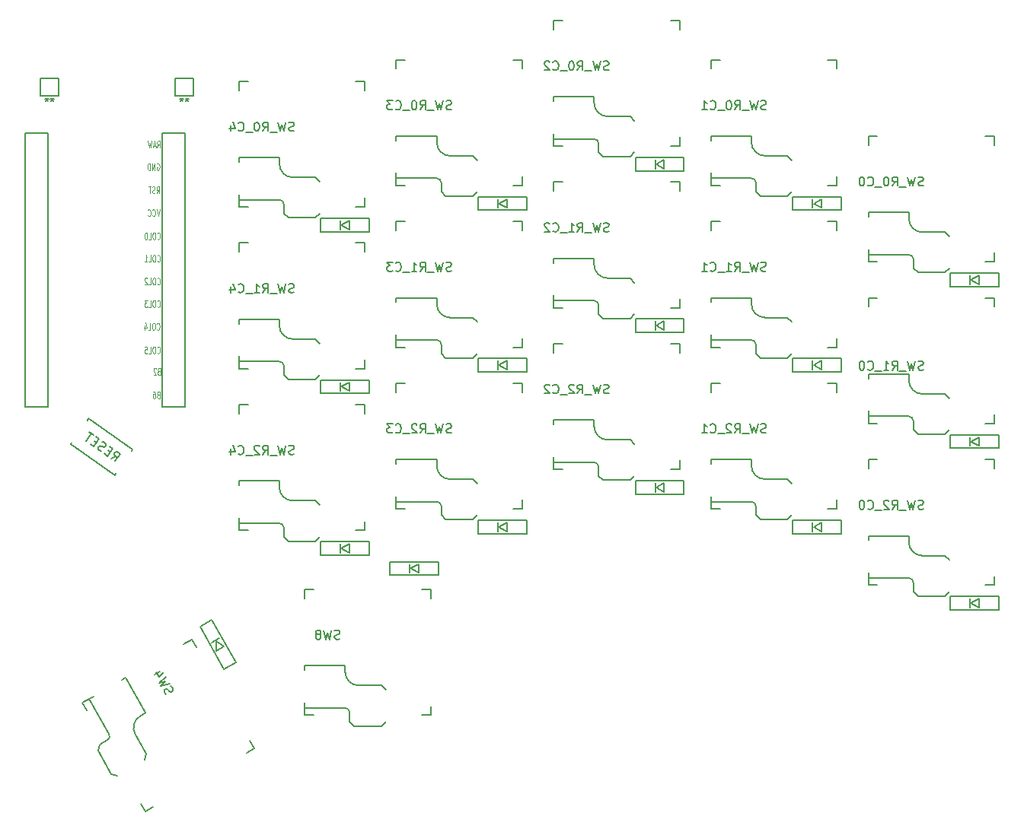
<source format=gbo>
%TF.GenerationSoftware,KiCad,Pcbnew,7.0.5-0*%
%TF.CreationDate,2023-08-21T14:14:50+01:00*%
%TF.ProjectId,draenog-34,64726165-6e6f-4672-9d33-342e6b696361,rev?*%
%TF.SameCoordinates,Original*%
%TF.FileFunction,Legend,Bot*%
%TF.FilePolarity,Positive*%
%FSLAX46Y46*%
G04 Gerber Fmt 4.6, Leading zero omitted, Abs format (unit mm)*
G04 Created by KiCad (PCBNEW 7.0.5-0) date 2023-08-21 14:14:50*
%MOMM*%
%LPD*%
G01*
G04 APERTURE LIST*
%ADD10C,0.150000*%
%ADD11C,0.125000*%
G04 APERTURE END LIST*
D10*
%TO.C,SW4*%
X105237547Y-94657263D02*
X105124879Y-94557354D01*
X105124879Y-94557354D02*
X105005832Y-94351158D01*
X105005832Y-94351158D02*
X104999452Y-94244870D01*
X104999452Y-94244870D02*
X105016882Y-94179821D01*
X105016882Y-94179821D02*
X105075551Y-94090962D01*
X105075551Y-94090962D02*
X105158030Y-94043343D01*
X105158030Y-94043343D02*
X105264318Y-94036964D01*
X105264318Y-94036964D02*
X105329367Y-94054393D01*
X105329367Y-94054393D02*
X105418225Y-94113062D01*
X105418225Y-94113062D02*
X105554702Y-94254210D01*
X105554702Y-94254210D02*
X105643561Y-94312879D01*
X105643561Y-94312879D02*
X105708609Y-94330309D01*
X105708609Y-94330309D02*
X105814898Y-94323929D01*
X105814898Y-94323929D02*
X105897376Y-94276310D01*
X105897376Y-94276310D02*
X105956045Y-94187452D01*
X105956045Y-94187452D02*
X105973475Y-94122403D01*
X105973475Y-94122403D02*
X105967095Y-94016115D01*
X105967095Y-94016115D02*
X105848048Y-93809918D01*
X105848048Y-93809918D02*
X105735380Y-93710010D01*
X105609952Y-93397525D02*
X104624879Y-93691329D01*
X104624879Y-93691329D02*
X105148231Y-93169229D01*
X105148231Y-93169229D02*
X104434403Y-93361414D01*
X104434403Y-93361414D02*
X105181381Y-92655218D01*
X104487944Y-92120816D02*
X103910594Y-92454150D01*
X104936906Y-92136537D02*
X104437364Y-92699876D01*
X104437364Y-92699876D02*
X104127840Y-92163765D01*
%TO.C,B+1*%
X92559637Y-28206416D02*
X92559637Y-28399940D01*
X92753161Y-28322531D02*
X92559637Y-28399940D01*
X92559637Y-28399940D02*
X92366114Y-28322531D01*
X92675752Y-28554759D02*
X92559637Y-28399940D01*
X92559637Y-28399940D02*
X92443523Y-28554759D01*
X91940361Y-28206416D02*
X91940361Y-28399940D01*
X92133885Y-28322531D02*
X91940361Y-28399940D01*
X91940361Y-28399940D02*
X91746838Y-28322531D01*
X92056476Y-28554759D02*
X91940361Y-28399940D01*
X91940361Y-28399940D02*
X91824247Y-28554759D01*
%TO.C,SW_R2_C2*%
X154443428Y-61082200D02*
X154300571Y-61129819D01*
X154300571Y-61129819D02*
X154062476Y-61129819D01*
X154062476Y-61129819D02*
X153967238Y-61082200D01*
X153967238Y-61082200D02*
X153919619Y-61034580D01*
X153919619Y-61034580D02*
X153872000Y-60939342D01*
X153872000Y-60939342D02*
X153872000Y-60844104D01*
X153872000Y-60844104D02*
X153919619Y-60748866D01*
X153919619Y-60748866D02*
X153967238Y-60701247D01*
X153967238Y-60701247D02*
X154062476Y-60653628D01*
X154062476Y-60653628D02*
X154252952Y-60606009D01*
X154252952Y-60606009D02*
X154348190Y-60558390D01*
X154348190Y-60558390D02*
X154395809Y-60510771D01*
X154395809Y-60510771D02*
X154443428Y-60415533D01*
X154443428Y-60415533D02*
X154443428Y-60320295D01*
X154443428Y-60320295D02*
X154395809Y-60225057D01*
X154395809Y-60225057D02*
X154348190Y-60177438D01*
X154348190Y-60177438D02*
X154252952Y-60129819D01*
X154252952Y-60129819D02*
X154014857Y-60129819D01*
X154014857Y-60129819D02*
X153872000Y-60177438D01*
X153538666Y-60129819D02*
X153300571Y-61129819D01*
X153300571Y-61129819D02*
X153110095Y-60415533D01*
X153110095Y-60415533D02*
X152919619Y-61129819D01*
X152919619Y-61129819D02*
X152681524Y-60129819D01*
X152538667Y-61225057D02*
X151776762Y-61225057D01*
X150967238Y-61129819D02*
X151300571Y-60653628D01*
X151538666Y-61129819D02*
X151538666Y-60129819D01*
X151538666Y-60129819D02*
X151157714Y-60129819D01*
X151157714Y-60129819D02*
X151062476Y-60177438D01*
X151062476Y-60177438D02*
X151014857Y-60225057D01*
X151014857Y-60225057D02*
X150967238Y-60320295D01*
X150967238Y-60320295D02*
X150967238Y-60463152D01*
X150967238Y-60463152D02*
X151014857Y-60558390D01*
X151014857Y-60558390D02*
X151062476Y-60606009D01*
X151062476Y-60606009D02*
X151157714Y-60653628D01*
X151157714Y-60653628D02*
X151538666Y-60653628D01*
X150586285Y-60225057D02*
X150538666Y-60177438D01*
X150538666Y-60177438D02*
X150443428Y-60129819D01*
X150443428Y-60129819D02*
X150205333Y-60129819D01*
X150205333Y-60129819D02*
X150110095Y-60177438D01*
X150110095Y-60177438D02*
X150062476Y-60225057D01*
X150062476Y-60225057D02*
X150014857Y-60320295D01*
X150014857Y-60320295D02*
X150014857Y-60415533D01*
X150014857Y-60415533D02*
X150062476Y-60558390D01*
X150062476Y-60558390D02*
X150633904Y-61129819D01*
X150633904Y-61129819D02*
X150014857Y-61129819D01*
X149824381Y-61225057D02*
X149062476Y-61225057D01*
X148252952Y-61034580D02*
X148300571Y-61082200D01*
X148300571Y-61082200D02*
X148443428Y-61129819D01*
X148443428Y-61129819D02*
X148538666Y-61129819D01*
X148538666Y-61129819D02*
X148681523Y-61082200D01*
X148681523Y-61082200D02*
X148776761Y-60986961D01*
X148776761Y-60986961D02*
X148824380Y-60891723D01*
X148824380Y-60891723D02*
X148871999Y-60701247D01*
X148871999Y-60701247D02*
X148871999Y-60558390D01*
X148871999Y-60558390D02*
X148824380Y-60367914D01*
X148824380Y-60367914D02*
X148776761Y-60272676D01*
X148776761Y-60272676D02*
X148681523Y-60177438D01*
X148681523Y-60177438D02*
X148538666Y-60129819D01*
X148538666Y-60129819D02*
X148443428Y-60129819D01*
X148443428Y-60129819D02*
X148300571Y-60177438D01*
X148300571Y-60177438D02*
X148252952Y-60225057D01*
X147871999Y-60225057D02*
X147824380Y-60177438D01*
X147824380Y-60177438D02*
X147729142Y-60129819D01*
X147729142Y-60129819D02*
X147491047Y-60129819D01*
X147491047Y-60129819D02*
X147395809Y-60177438D01*
X147395809Y-60177438D02*
X147348190Y-60225057D01*
X147348190Y-60225057D02*
X147300571Y-60320295D01*
X147300571Y-60320295D02*
X147300571Y-60415533D01*
X147300571Y-60415533D02*
X147348190Y-60558390D01*
X147348190Y-60558390D02*
X147919618Y-61129819D01*
X147919618Y-61129819D02*
X147300571Y-61129819D01*
%TO.C,SW_R2_C0*%
X189443428Y-73972200D02*
X189300571Y-74019819D01*
X189300571Y-74019819D02*
X189062476Y-74019819D01*
X189062476Y-74019819D02*
X188967238Y-73972200D01*
X188967238Y-73972200D02*
X188919619Y-73924580D01*
X188919619Y-73924580D02*
X188872000Y-73829342D01*
X188872000Y-73829342D02*
X188872000Y-73734104D01*
X188872000Y-73734104D02*
X188919619Y-73638866D01*
X188919619Y-73638866D02*
X188967238Y-73591247D01*
X188967238Y-73591247D02*
X189062476Y-73543628D01*
X189062476Y-73543628D02*
X189252952Y-73496009D01*
X189252952Y-73496009D02*
X189348190Y-73448390D01*
X189348190Y-73448390D02*
X189395809Y-73400771D01*
X189395809Y-73400771D02*
X189443428Y-73305533D01*
X189443428Y-73305533D02*
X189443428Y-73210295D01*
X189443428Y-73210295D02*
X189395809Y-73115057D01*
X189395809Y-73115057D02*
X189348190Y-73067438D01*
X189348190Y-73067438D02*
X189252952Y-73019819D01*
X189252952Y-73019819D02*
X189014857Y-73019819D01*
X189014857Y-73019819D02*
X188872000Y-73067438D01*
X188538666Y-73019819D02*
X188300571Y-74019819D01*
X188300571Y-74019819D02*
X188110095Y-73305533D01*
X188110095Y-73305533D02*
X187919619Y-74019819D01*
X187919619Y-74019819D02*
X187681524Y-73019819D01*
X187538667Y-74115057D02*
X186776762Y-74115057D01*
X185967238Y-74019819D02*
X186300571Y-73543628D01*
X186538666Y-74019819D02*
X186538666Y-73019819D01*
X186538666Y-73019819D02*
X186157714Y-73019819D01*
X186157714Y-73019819D02*
X186062476Y-73067438D01*
X186062476Y-73067438D02*
X186014857Y-73115057D01*
X186014857Y-73115057D02*
X185967238Y-73210295D01*
X185967238Y-73210295D02*
X185967238Y-73353152D01*
X185967238Y-73353152D02*
X186014857Y-73448390D01*
X186014857Y-73448390D02*
X186062476Y-73496009D01*
X186062476Y-73496009D02*
X186157714Y-73543628D01*
X186157714Y-73543628D02*
X186538666Y-73543628D01*
X185586285Y-73115057D02*
X185538666Y-73067438D01*
X185538666Y-73067438D02*
X185443428Y-73019819D01*
X185443428Y-73019819D02*
X185205333Y-73019819D01*
X185205333Y-73019819D02*
X185110095Y-73067438D01*
X185110095Y-73067438D02*
X185062476Y-73115057D01*
X185062476Y-73115057D02*
X185014857Y-73210295D01*
X185014857Y-73210295D02*
X185014857Y-73305533D01*
X185014857Y-73305533D02*
X185062476Y-73448390D01*
X185062476Y-73448390D02*
X185633904Y-74019819D01*
X185633904Y-74019819D02*
X185014857Y-74019819D01*
X184824381Y-74115057D02*
X184062476Y-74115057D01*
X183252952Y-73924580D02*
X183300571Y-73972200D01*
X183300571Y-73972200D02*
X183443428Y-74019819D01*
X183443428Y-74019819D02*
X183538666Y-74019819D01*
X183538666Y-74019819D02*
X183681523Y-73972200D01*
X183681523Y-73972200D02*
X183776761Y-73876961D01*
X183776761Y-73876961D02*
X183824380Y-73781723D01*
X183824380Y-73781723D02*
X183871999Y-73591247D01*
X183871999Y-73591247D02*
X183871999Y-73448390D01*
X183871999Y-73448390D02*
X183824380Y-73257914D01*
X183824380Y-73257914D02*
X183776761Y-73162676D01*
X183776761Y-73162676D02*
X183681523Y-73067438D01*
X183681523Y-73067438D02*
X183538666Y-73019819D01*
X183538666Y-73019819D02*
X183443428Y-73019819D01*
X183443428Y-73019819D02*
X183300571Y-73067438D01*
X183300571Y-73067438D02*
X183252952Y-73115057D01*
X182633904Y-73019819D02*
X182538666Y-73019819D01*
X182538666Y-73019819D02*
X182443428Y-73067438D01*
X182443428Y-73067438D02*
X182395809Y-73115057D01*
X182395809Y-73115057D02*
X182348190Y-73210295D01*
X182348190Y-73210295D02*
X182300571Y-73400771D01*
X182300571Y-73400771D02*
X182300571Y-73638866D01*
X182300571Y-73638866D02*
X182348190Y-73829342D01*
X182348190Y-73829342D02*
X182395809Y-73924580D01*
X182395809Y-73924580D02*
X182443428Y-73972200D01*
X182443428Y-73972200D02*
X182538666Y-74019819D01*
X182538666Y-74019819D02*
X182633904Y-74019819D01*
X182633904Y-74019819D02*
X182729142Y-73972200D01*
X182729142Y-73972200D02*
X182776761Y-73924580D01*
X182776761Y-73924580D02*
X182824380Y-73829342D01*
X182824380Y-73829342D02*
X182871999Y-73638866D01*
X182871999Y-73638866D02*
X182871999Y-73400771D01*
X182871999Y-73400771D02*
X182824380Y-73210295D01*
X182824380Y-73210295D02*
X182776761Y-73115057D01*
X182776761Y-73115057D02*
X182729142Y-73067438D01*
X182729142Y-73067438D02*
X182633904Y-73019819D01*
%TO.C,SW_RST1*%
X99076879Y-68334461D02*
X99623061Y-68135581D01*
X99544966Y-68662219D02*
X100118542Y-67843067D01*
X100118542Y-67843067D02*
X99806484Y-67624562D01*
X99806484Y-67624562D02*
X99701157Y-67608943D01*
X99701157Y-67608943D02*
X99634836Y-67620637D01*
X99634836Y-67620637D02*
X99541203Y-67671338D01*
X99541203Y-67671338D02*
X99459263Y-67788360D01*
X99459263Y-67788360D02*
X99443644Y-67893687D01*
X99443644Y-67893687D02*
X99455338Y-67960008D01*
X99455338Y-67960008D02*
X99506040Y-68053641D01*
X99506040Y-68053641D02*
X99818098Y-68272147D01*
X99026259Y-67659563D02*
X98753208Y-67468371D01*
X98335741Y-67815511D02*
X98725814Y-68088643D01*
X98725814Y-68088643D02*
X99299390Y-67269491D01*
X99299390Y-67269491D02*
X98909318Y-66996359D01*
X98050997Y-67557998D02*
X97906662Y-67515066D01*
X97906662Y-67515066D02*
X97711626Y-67378500D01*
X97711626Y-67378500D02*
X97660924Y-67284867D01*
X97660924Y-67284867D02*
X97649230Y-67218546D01*
X97649230Y-67218546D02*
X97664849Y-67113219D01*
X97664849Y-67113219D02*
X97719476Y-67035204D01*
X97719476Y-67035204D02*
X97813109Y-66984503D01*
X97813109Y-66984503D02*
X97879430Y-66972809D01*
X97879430Y-66972809D02*
X97984757Y-66988428D01*
X97984757Y-66988428D02*
X98168099Y-67058673D01*
X98168099Y-67058673D02*
X98273427Y-67074292D01*
X98273427Y-67074292D02*
X98339747Y-67062598D01*
X98339747Y-67062598D02*
X98433381Y-67011897D01*
X98433381Y-67011897D02*
X98488007Y-66933883D01*
X98488007Y-66933883D02*
X98503626Y-66828555D01*
X98503626Y-66828555D02*
X98491932Y-66762234D01*
X98491932Y-66762234D02*
X98441231Y-66668601D01*
X98441231Y-66668601D02*
X98246195Y-66532035D01*
X98246195Y-66532035D02*
X98101860Y-66489103D01*
X97504976Y-66594350D02*
X97231926Y-66403157D01*
X96814459Y-66750298D02*
X97204531Y-67023429D01*
X97204531Y-67023429D02*
X97778108Y-66204277D01*
X97778108Y-66204277D02*
X97388035Y-65931145D01*
X97153992Y-65767266D02*
X96685905Y-65439508D01*
X96346372Y-66422539D02*
X96919948Y-65603387D01*
%TO.C,SW_R2_C3*%
X136943428Y-65472200D02*
X136800571Y-65519819D01*
X136800571Y-65519819D02*
X136562476Y-65519819D01*
X136562476Y-65519819D02*
X136467238Y-65472200D01*
X136467238Y-65472200D02*
X136419619Y-65424580D01*
X136419619Y-65424580D02*
X136372000Y-65329342D01*
X136372000Y-65329342D02*
X136372000Y-65234104D01*
X136372000Y-65234104D02*
X136419619Y-65138866D01*
X136419619Y-65138866D02*
X136467238Y-65091247D01*
X136467238Y-65091247D02*
X136562476Y-65043628D01*
X136562476Y-65043628D02*
X136752952Y-64996009D01*
X136752952Y-64996009D02*
X136848190Y-64948390D01*
X136848190Y-64948390D02*
X136895809Y-64900771D01*
X136895809Y-64900771D02*
X136943428Y-64805533D01*
X136943428Y-64805533D02*
X136943428Y-64710295D01*
X136943428Y-64710295D02*
X136895809Y-64615057D01*
X136895809Y-64615057D02*
X136848190Y-64567438D01*
X136848190Y-64567438D02*
X136752952Y-64519819D01*
X136752952Y-64519819D02*
X136514857Y-64519819D01*
X136514857Y-64519819D02*
X136372000Y-64567438D01*
X136038666Y-64519819D02*
X135800571Y-65519819D01*
X135800571Y-65519819D02*
X135610095Y-64805533D01*
X135610095Y-64805533D02*
X135419619Y-65519819D01*
X135419619Y-65519819D02*
X135181524Y-64519819D01*
X135038667Y-65615057D02*
X134276762Y-65615057D01*
X133467238Y-65519819D02*
X133800571Y-65043628D01*
X134038666Y-65519819D02*
X134038666Y-64519819D01*
X134038666Y-64519819D02*
X133657714Y-64519819D01*
X133657714Y-64519819D02*
X133562476Y-64567438D01*
X133562476Y-64567438D02*
X133514857Y-64615057D01*
X133514857Y-64615057D02*
X133467238Y-64710295D01*
X133467238Y-64710295D02*
X133467238Y-64853152D01*
X133467238Y-64853152D02*
X133514857Y-64948390D01*
X133514857Y-64948390D02*
X133562476Y-64996009D01*
X133562476Y-64996009D02*
X133657714Y-65043628D01*
X133657714Y-65043628D02*
X134038666Y-65043628D01*
X133086285Y-64615057D02*
X133038666Y-64567438D01*
X133038666Y-64567438D02*
X132943428Y-64519819D01*
X132943428Y-64519819D02*
X132705333Y-64519819D01*
X132705333Y-64519819D02*
X132610095Y-64567438D01*
X132610095Y-64567438D02*
X132562476Y-64615057D01*
X132562476Y-64615057D02*
X132514857Y-64710295D01*
X132514857Y-64710295D02*
X132514857Y-64805533D01*
X132514857Y-64805533D02*
X132562476Y-64948390D01*
X132562476Y-64948390D02*
X133133904Y-65519819D01*
X133133904Y-65519819D02*
X132514857Y-65519819D01*
X132324381Y-65615057D02*
X131562476Y-65615057D01*
X130752952Y-65424580D02*
X130800571Y-65472200D01*
X130800571Y-65472200D02*
X130943428Y-65519819D01*
X130943428Y-65519819D02*
X131038666Y-65519819D01*
X131038666Y-65519819D02*
X131181523Y-65472200D01*
X131181523Y-65472200D02*
X131276761Y-65376961D01*
X131276761Y-65376961D02*
X131324380Y-65281723D01*
X131324380Y-65281723D02*
X131371999Y-65091247D01*
X131371999Y-65091247D02*
X131371999Y-64948390D01*
X131371999Y-64948390D02*
X131324380Y-64757914D01*
X131324380Y-64757914D02*
X131276761Y-64662676D01*
X131276761Y-64662676D02*
X131181523Y-64567438D01*
X131181523Y-64567438D02*
X131038666Y-64519819D01*
X131038666Y-64519819D02*
X130943428Y-64519819D01*
X130943428Y-64519819D02*
X130800571Y-64567438D01*
X130800571Y-64567438D02*
X130752952Y-64615057D01*
X130419618Y-64519819D02*
X129800571Y-64519819D01*
X129800571Y-64519819D02*
X130133904Y-64900771D01*
X130133904Y-64900771D02*
X129991047Y-64900771D01*
X129991047Y-64900771D02*
X129895809Y-64948390D01*
X129895809Y-64948390D02*
X129848190Y-64996009D01*
X129848190Y-64996009D02*
X129800571Y-65091247D01*
X129800571Y-65091247D02*
X129800571Y-65329342D01*
X129800571Y-65329342D02*
X129848190Y-65424580D01*
X129848190Y-65424580D02*
X129895809Y-65472200D01*
X129895809Y-65472200D02*
X129991047Y-65519819D01*
X129991047Y-65519819D02*
X130276761Y-65519819D01*
X130276761Y-65519819D02*
X130371999Y-65472200D01*
X130371999Y-65472200D02*
X130419618Y-65424580D01*
%TO.C,B-1*%
X107559637Y-28206416D02*
X107559637Y-28399940D01*
X107753161Y-28322531D02*
X107559637Y-28399940D01*
X107559637Y-28399940D02*
X107366114Y-28322531D01*
X107675752Y-28554759D02*
X107559637Y-28399940D01*
X107559637Y-28399940D02*
X107443523Y-28554759D01*
X106940361Y-28206416D02*
X106940361Y-28399940D01*
X107133885Y-28322531D02*
X106940361Y-28399940D01*
X106940361Y-28399940D02*
X106746838Y-28322531D01*
X107056476Y-28554759D02*
X106940361Y-28399940D01*
X106940361Y-28399940D02*
X106824247Y-28554759D01*
%TO.C,SW_R1_C1*%
X171943428Y-47472200D02*
X171800571Y-47519819D01*
X171800571Y-47519819D02*
X171562476Y-47519819D01*
X171562476Y-47519819D02*
X171467238Y-47472200D01*
X171467238Y-47472200D02*
X171419619Y-47424580D01*
X171419619Y-47424580D02*
X171372000Y-47329342D01*
X171372000Y-47329342D02*
X171372000Y-47234104D01*
X171372000Y-47234104D02*
X171419619Y-47138866D01*
X171419619Y-47138866D02*
X171467238Y-47091247D01*
X171467238Y-47091247D02*
X171562476Y-47043628D01*
X171562476Y-47043628D02*
X171752952Y-46996009D01*
X171752952Y-46996009D02*
X171848190Y-46948390D01*
X171848190Y-46948390D02*
X171895809Y-46900771D01*
X171895809Y-46900771D02*
X171943428Y-46805533D01*
X171943428Y-46805533D02*
X171943428Y-46710295D01*
X171943428Y-46710295D02*
X171895809Y-46615057D01*
X171895809Y-46615057D02*
X171848190Y-46567438D01*
X171848190Y-46567438D02*
X171752952Y-46519819D01*
X171752952Y-46519819D02*
X171514857Y-46519819D01*
X171514857Y-46519819D02*
X171372000Y-46567438D01*
X171038666Y-46519819D02*
X170800571Y-47519819D01*
X170800571Y-47519819D02*
X170610095Y-46805533D01*
X170610095Y-46805533D02*
X170419619Y-47519819D01*
X170419619Y-47519819D02*
X170181524Y-46519819D01*
X170038667Y-47615057D02*
X169276762Y-47615057D01*
X168467238Y-47519819D02*
X168800571Y-47043628D01*
X169038666Y-47519819D02*
X169038666Y-46519819D01*
X169038666Y-46519819D02*
X168657714Y-46519819D01*
X168657714Y-46519819D02*
X168562476Y-46567438D01*
X168562476Y-46567438D02*
X168514857Y-46615057D01*
X168514857Y-46615057D02*
X168467238Y-46710295D01*
X168467238Y-46710295D02*
X168467238Y-46853152D01*
X168467238Y-46853152D02*
X168514857Y-46948390D01*
X168514857Y-46948390D02*
X168562476Y-46996009D01*
X168562476Y-46996009D02*
X168657714Y-47043628D01*
X168657714Y-47043628D02*
X169038666Y-47043628D01*
X167514857Y-47519819D02*
X168086285Y-47519819D01*
X167800571Y-47519819D02*
X167800571Y-46519819D01*
X167800571Y-46519819D02*
X167895809Y-46662676D01*
X167895809Y-46662676D02*
X167991047Y-46757914D01*
X167991047Y-46757914D02*
X168086285Y-46805533D01*
X167324381Y-47615057D02*
X166562476Y-47615057D01*
X165752952Y-47424580D02*
X165800571Y-47472200D01*
X165800571Y-47472200D02*
X165943428Y-47519819D01*
X165943428Y-47519819D02*
X166038666Y-47519819D01*
X166038666Y-47519819D02*
X166181523Y-47472200D01*
X166181523Y-47472200D02*
X166276761Y-47376961D01*
X166276761Y-47376961D02*
X166324380Y-47281723D01*
X166324380Y-47281723D02*
X166371999Y-47091247D01*
X166371999Y-47091247D02*
X166371999Y-46948390D01*
X166371999Y-46948390D02*
X166324380Y-46757914D01*
X166324380Y-46757914D02*
X166276761Y-46662676D01*
X166276761Y-46662676D02*
X166181523Y-46567438D01*
X166181523Y-46567438D02*
X166038666Y-46519819D01*
X166038666Y-46519819D02*
X165943428Y-46519819D01*
X165943428Y-46519819D02*
X165800571Y-46567438D01*
X165800571Y-46567438D02*
X165752952Y-46615057D01*
X164800571Y-47519819D02*
X165371999Y-47519819D01*
X165086285Y-47519819D02*
X165086285Y-46519819D01*
X165086285Y-46519819D02*
X165181523Y-46662676D01*
X165181523Y-46662676D02*
X165276761Y-46757914D01*
X165276761Y-46757914D02*
X165371999Y-46805533D01*
D11*
%TO.C,U1*%
X104342380Y-61252607D02*
X104270952Y-61288321D01*
X104270952Y-61288321D02*
X104247142Y-61324035D01*
X104247142Y-61324035D02*
X104223333Y-61395464D01*
X104223333Y-61395464D02*
X104223333Y-61502607D01*
X104223333Y-61502607D02*
X104247142Y-61574035D01*
X104247142Y-61574035D02*
X104270952Y-61609750D01*
X104270952Y-61609750D02*
X104318571Y-61645464D01*
X104318571Y-61645464D02*
X104509047Y-61645464D01*
X104509047Y-61645464D02*
X104509047Y-60895464D01*
X104509047Y-60895464D02*
X104342380Y-60895464D01*
X104342380Y-60895464D02*
X104294761Y-60931178D01*
X104294761Y-60931178D02*
X104270952Y-60966892D01*
X104270952Y-60966892D02*
X104247142Y-61038321D01*
X104247142Y-61038321D02*
X104247142Y-61109750D01*
X104247142Y-61109750D02*
X104270952Y-61181178D01*
X104270952Y-61181178D02*
X104294761Y-61216892D01*
X104294761Y-61216892D02*
X104342380Y-61252607D01*
X104342380Y-61252607D02*
X104509047Y-61252607D01*
X103794761Y-60895464D02*
X103889999Y-60895464D01*
X103889999Y-60895464D02*
X103937618Y-60931178D01*
X103937618Y-60931178D02*
X103961428Y-60966892D01*
X103961428Y-60966892D02*
X104009047Y-61074035D01*
X104009047Y-61074035D02*
X104032856Y-61216892D01*
X104032856Y-61216892D02*
X104032856Y-61502607D01*
X104032856Y-61502607D02*
X104009047Y-61574035D01*
X104009047Y-61574035D02*
X103985237Y-61609750D01*
X103985237Y-61609750D02*
X103937618Y-61645464D01*
X103937618Y-61645464D02*
X103842380Y-61645464D01*
X103842380Y-61645464D02*
X103794761Y-61609750D01*
X103794761Y-61609750D02*
X103770952Y-61574035D01*
X103770952Y-61574035D02*
X103747142Y-61502607D01*
X103747142Y-61502607D02*
X103747142Y-61324035D01*
X103747142Y-61324035D02*
X103770952Y-61252607D01*
X103770952Y-61252607D02*
X103794761Y-61216892D01*
X103794761Y-61216892D02*
X103842380Y-61181178D01*
X103842380Y-61181178D02*
X103937618Y-61181178D01*
X103937618Y-61181178D02*
X103985237Y-61216892D01*
X103985237Y-61216892D02*
X104009047Y-61252607D01*
X104009047Y-61252607D02*
X104032856Y-61324035D01*
X104489165Y-40638964D02*
X104322499Y-41388964D01*
X104322499Y-41388964D02*
X104155832Y-40638964D01*
X103703452Y-41317535D02*
X103727261Y-41353250D01*
X103727261Y-41353250D02*
X103798690Y-41388964D01*
X103798690Y-41388964D02*
X103846309Y-41388964D01*
X103846309Y-41388964D02*
X103917737Y-41353250D01*
X103917737Y-41353250D02*
X103965356Y-41281821D01*
X103965356Y-41281821D02*
X103989166Y-41210392D01*
X103989166Y-41210392D02*
X104012975Y-41067535D01*
X104012975Y-41067535D02*
X104012975Y-40960392D01*
X104012975Y-40960392D02*
X103989166Y-40817535D01*
X103989166Y-40817535D02*
X103965356Y-40746107D01*
X103965356Y-40746107D02*
X103917737Y-40674678D01*
X103917737Y-40674678D02*
X103846309Y-40638964D01*
X103846309Y-40638964D02*
X103798690Y-40638964D01*
X103798690Y-40638964D02*
X103727261Y-40674678D01*
X103727261Y-40674678D02*
X103703452Y-40710392D01*
X103203452Y-41317535D02*
X103227261Y-41353250D01*
X103227261Y-41353250D02*
X103298690Y-41388964D01*
X103298690Y-41388964D02*
X103346309Y-41388964D01*
X103346309Y-41388964D02*
X103417737Y-41353250D01*
X103417737Y-41353250D02*
X103465356Y-41281821D01*
X103465356Y-41281821D02*
X103489166Y-41210392D01*
X103489166Y-41210392D02*
X103512975Y-41067535D01*
X103512975Y-41067535D02*
X103512975Y-40960392D01*
X103512975Y-40960392D02*
X103489166Y-40817535D01*
X103489166Y-40817535D02*
X103465356Y-40746107D01*
X103465356Y-40746107D02*
X103417737Y-40674678D01*
X103417737Y-40674678D02*
X103346309Y-40638964D01*
X103346309Y-40638964D02*
X103298690Y-40638964D01*
X103298690Y-40638964D02*
X103227261Y-40674678D01*
X103227261Y-40674678D02*
X103203452Y-40710392D01*
X104242619Y-51442035D02*
X104266428Y-51477750D01*
X104266428Y-51477750D02*
X104337857Y-51513464D01*
X104337857Y-51513464D02*
X104385476Y-51513464D01*
X104385476Y-51513464D02*
X104456904Y-51477750D01*
X104456904Y-51477750D02*
X104504523Y-51406321D01*
X104504523Y-51406321D02*
X104528333Y-51334892D01*
X104528333Y-51334892D02*
X104552142Y-51192035D01*
X104552142Y-51192035D02*
X104552142Y-51084892D01*
X104552142Y-51084892D02*
X104528333Y-50942035D01*
X104528333Y-50942035D02*
X104504523Y-50870607D01*
X104504523Y-50870607D02*
X104456904Y-50799178D01*
X104456904Y-50799178D02*
X104385476Y-50763464D01*
X104385476Y-50763464D02*
X104337857Y-50763464D01*
X104337857Y-50763464D02*
X104266428Y-50799178D01*
X104266428Y-50799178D02*
X104242619Y-50834892D01*
X103933095Y-50763464D02*
X103837857Y-50763464D01*
X103837857Y-50763464D02*
X103790238Y-50799178D01*
X103790238Y-50799178D02*
X103742619Y-50870607D01*
X103742619Y-50870607D02*
X103718809Y-51013464D01*
X103718809Y-51013464D02*
X103718809Y-51263464D01*
X103718809Y-51263464D02*
X103742619Y-51406321D01*
X103742619Y-51406321D02*
X103790238Y-51477750D01*
X103790238Y-51477750D02*
X103837857Y-51513464D01*
X103837857Y-51513464D02*
X103933095Y-51513464D01*
X103933095Y-51513464D02*
X103980714Y-51477750D01*
X103980714Y-51477750D02*
X104028333Y-51406321D01*
X104028333Y-51406321D02*
X104052142Y-51263464D01*
X104052142Y-51263464D02*
X104052142Y-51013464D01*
X104052142Y-51013464D02*
X104028333Y-50870607D01*
X104028333Y-50870607D02*
X103980714Y-50799178D01*
X103980714Y-50799178D02*
X103933095Y-50763464D01*
X103266428Y-51513464D02*
X103504523Y-51513464D01*
X103504523Y-51513464D02*
X103504523Y-50763464D01*
X103147380Y-50763464D02*
X102837856Y-50763464D01*
X102837856Y-50763464D02*
X103004523Y-51049178D01*
X103004523Y-51049178D02*
X102933094Y-51049178D01*
X102933094Y-51049178D02*
X102885475Y-51084892D01*
X102885475Y-51084892D02*
X102861666Y-51120607D01*
X102861666Y-51120607D02*
X102837856Y-51192035D01*
X102837856Y-51192035D02*
X102837856Y-51370607D01*
X102837856Y-51370607D02*
X102861666Y-51442035D01*
X102861666Y-51442035D02*
X102885475Y-51477750D01*
X102885475Y-51477750D02*
X102933094Y-51513464D01*
X102933094Y-51513464D02*
X103075951Y-51513464D01*
X103075951Y-51513464D02*
X103123570Y-51477750D01*
X103123570Y-51477750D02*
X103147380Y-51442035D01*
X104405880Y-58649107D02*
X104334452Y-58684821D01*
X104334452Y-58684821D02*
X104310642Y-58720535D01*
X104310642Y-58720535D02*
X104286833Y-58791964D01*
X104286833Y-58791964D02*
X104286833Y-58899107D01*
X104286833Y-58899107D02*
X104310642Y-58970535D01*
X104310642Y-58970535D02*
X104334452Y-59006250D01*
X104334452Y-59006250D02*
X104382071Y-59041964D01*
X104382071Y-59041964D02*
X104572547Y-59041964D01*
X104572547Y-59041964D02*
X104572547Y-58291964D01*
X104572547Y-58291964D02*
X104405880Y-58291964D01*
X104405880Y-58291964D02*
X104358261Y-58327678D01*
X104358261Y-58327678D02*
X104334452Y-58363392D01*
X104334452Y-58363392D02*
X104310642Y-58434821D01*
X104310642Y-58434821D02*
X104310642Y-58506250D01*
X104310642Y-58506250D02*
X104334452Y-58577678D01*
X104334452Y-58577678D02*
X104358261Y-58613392D01*
X104358261Y-58613392D02*
X104405880Y-58649107D01*
X104405880Y-58649107D02*
X104572547Y-58649107D01*
X104096356Y-58363392D02*
X104072547Y-58327678D01*
X104072547Y-58327678D02*
X104024928Y-58291964D01*
X104024928Y-58291964D02*
X103905880Y-58291964D01*
X103905880Y-58291964D02*
X103858261Y-58327678D01*
X103858261Y-58327678D02*
X103834452Y-58363392D01*
X103834452Y-58363392D02*
X103810642Y-58434821D01*
X103810642Y-58434821D02*
X103810642Y-58506250D01*
X103810642Y-58506250D02*
X103834452Y-58613392D01*
X103834452Y-58613392D02*
X104120166Y-59041964D01*
X104120166Y-59041964D02*
X103810642Y-59041964D01*
X104231238Y-33768964D02*
X104397904Y-33411821D01*
X104516952Y-33768964D02*
X104516952Y-33018964D01*
X104516952Y-33018964D02*
X104326476Y-33018964D01*
X104326476Y-33018964D02*
X104278857Y-33054678D01*
X104278857Y-33054678D02*
X104255047Y-33090392D01*
X104255047Y-33090392D02*
X104231238Y-33161821D01*
X104231238Y-33161821D02*
X104231238Y-33268964D01*
X104231238Y-33268964D02*
X104255047Y-33340392D01*
X104255047Y-33340392D02*
X104278857Y-33376107D01*
X104278857Y-33376107D02*
X104326476Y-33411821D01*
X104326476Y-33411821D02*
X104516952Y-33411821D01*
X104040761Y-33554678D02*
X103802666Y-33554678D01*
X104088380Y-33768964D02*
X103921714Y-33018964D01*
X103921714Y-33018964D02*
X103755047Y-33768964D01*
X103636000Y-33018964D02*
X103516952Y-33768964D01*
X103516952Y-33768964D02*
X103421714Y-33233250D01*
X103421714Y-33233250D02*
X103326476Y-33768964D01*
X103326476Y-33768964D02*
X103207429Y-33018964D01*
X104159809Y-38848964D02*
X104326475Y-38491821D01*
X104445523Y-38848964D02*
X104445523Y-38098964D01*
X104445523Y-38098964D02*
X104255047Y-38098964D01*
X104255047Y-38098964D02*
X104207428Y-38134678D01*
X104207428Y-38134678D02*
X104183618Y-38170392D01*
X104183618Y-38170392D02*
X104159809Y-38241821D01*
X104159809Y-38241821D02*
X104159809Y-38348964D01*
X104159809Y-38348964D02*
X104183618Y-38420392D01*
X104183618Y-38420392D02*
X104207428Y-38456107D01*
X104207428Y-38456107D02*
X104255047Y-38491821D01*
X104255047Y-38491821D02*
X104445523Y-38491821D01*
X103969332Y-38813250D02*
X103897904Y-38848964D01*
X103897904Y-38848964D02*
X103778856Y-38848964D01*
X103778856Y-38848964D02*
X103731237Y-38813250D01*
X103731237Y-38813250D02*
X103707428Y-38777535D01*
X103707428Y-38777535D02*
X103683618Y-38706107D01*
X103683618Y-38706107D02*
X103683618Y-38634678D01*
X103683618Y-38634678D02*
X103707428Y-38563250D01*
X103707428Y-38563250D02*
X103731237Y-38527535D01*
X103731237Y-38527535D02*
X103778856Y-38491821D01*
X103778856Y-38491821D02*
X103874094Y-38456107D01*
X103874094Y-38456107D02*
X103921713Y-38420392D01*
X103921713Y-38420392D02*
X103945523Y-38384678D01*
X103945523Y-38384678D02*
X103969332Y-38313250D01*
X103969332Y-38313250D02*
X103969332Y-38241821D01*
X103969332Y-38241821D02*
X103945523Y-38170392D01*
X103945523Y-38170392D02*
X103921713Y-38134678D01*
X103921713Y-38134678D02*
X103874094Y-38098964D01*
X103874094Y-38098964D02*
X103755047Y-38098964D01*
X103755047Y-38098964D02*
X103683618Y-38134678D01*
X103540761Y-38098964D02*
X103255047Y-38098964D01*
X103397904Y-38848964D02*
X103397904Y-38098964D01*
X104203452Y-35531178D02*
X104251071Y-35495464D01*
X104251071Y-35495464D02*
X104322500Y-35495464D01*
X104322500Y-35495464D02*
X104393928Y-35531178D01*
X104393928Y-35531178D02*
X104441547Y-35602607D01*
X104441547Y-35602607D02*
X104465357Y-35674035D01*
X104465357Y-35674035D02*
X104489166Y-35816892D01*
X104489166Y-35816892D02*
X104489166Y-35924035D01*
X104489166Y-35924035D02*
X104465357Y-36066892D01*
X104465357Y-36066892D02*
X104441547Y-36138321D01*
X104441547Y-36138321D02*
X104393928Y-36209750D01*
X104393928Y-36209750D02*
X104322500Y-36245464D01*
X104322500Y-36245464D02*
X104274881Y-36245464D01*
X104274881Y-36245464D02*
X104203452Y-36209750D01*
X104203452Y-36209750D02*
X104179643Y-36174035D01*
X104179643Y-36174035D02*
X104179643Y-35924035D01*
X104179643Y-35924035D02*
X104274881Y-35924035D01*
X103965357Y-36245464D02*
X103965357Y-35495464D01*
X103965357Y-35495464D02*
X103679643Y-36245464D01*
X103679643Y-36245464D02*
X103679643Y-35495464D01*
X103441547Y-36245464D02*
X103441547Y-35495464D01*
X103441547Y-35495464D02*
X103322499Y-35495464D01*
X103322499Y-35495464D02*
X103251071Y-35531178D01*
X103251071Y-35531178D02*
X103203452Y-35602607D01*
X103203452Y-35602607D02*
X103179642Y-35674035D01*
X103179642Y-35674035D02*
X103155833Y-35816892D01*
X103155833Y-35816892D02*
X103155833Y-35924035D01*
X103155833Y-35924035D02*
X103179642Y-36066892D01*
X103179642Y-36066892D02*
X103203452Y-36138321D01*
X103203452Y-36138321D02*
X103251071Y-36209750D01*
X103251071Y-36209750D02*
X103322499Y-36245464D01*
X103322499Y-36245464D02*
X103441547Y-36245464D01*
X104192619Y-53954035D02*
X104216428Y-53989750D01*
X104216428Y-53989750D02*
X104287857Y-54025464D01*
X104287857Y-54025464D02*
X104335476Y-54025464D01*
X104335476Y-54025464D02*
X104406904Y-53989750D01*
X104406904Y-53989750D02*
X104454523Y-53918321D01*
X104454523Y-53918321D02*
X104478333Y-53846892D01*
X104478333Y-53846892D02*
X104502142Y-53704035D01*
X104502142Y-53704035D02*
X104502142Y-53596892D01*
X104502142Y-53596892D02*
X104478333Y-53454035D01*
X104478333Y-53454035D02*
X104454523Y-53382607D01*
X104454523Y-53382607D02*
X104406904Y-53311178D01*
X104406904Y-53311178D02*
X104335476Y-53275464D01*
X104335476Y-53275464D02*
X104287857Y-53275464D01*
X104287857Y-53275464D02*
X104216428Y-53311178D01*
X104216428Y-53311178D02*
X104192619Y-53346892D01*
X103883095Y-53275464D02*
X103787857Y-53275464D01*
X103787857Y-53275464D02*
X103740238Y-53311178D01*
X103740238Y-53311178D02*
X103692619Y-53382607D01*
X103692619Y-53382607D02*
X103668809Y-53525464D01*
X103668809Y-53525464D02*
X103668809Y-53775464D01*
X103668809Y-53775464D02*
X103692619Y-53918321D01*
X103692619Y-53918321D02*
X103740238Y-53989750D01*
X103740238Y-53989750D02*
X103787857Y-54025464D01*
X103787857Y-54025464D02*
X103883095Y-54025464D01*
X103883095Y-54025464D02*
X103930714Y-53989750D01*
X103930714Y-53989750D02*
X103978333Y-53918321D01*
X103978333Y-53918321D02*
X104002142Y-53775464D01*
X104002142Y-53775464D02*
X104002142Y-53525464D01*
X104002142Y-53525464D02*
X103978333Y-53382607D01*
X103978333Y-53382607D02*
X103930714Y-53311178D01*
X103930714Y-53311178D02*
X103883095Y-53275464D01*
X103216428Y-54025464D02*
X103454523Y-54025464D01*
X103454523Y-54025464D02*
X103454523Y-53275464D01*
X102835475Y-53525464D02*
X102835475Y-54025464D01*
X102954523Y-53239750D02*
X103073570Y-53775464D01*
X103073570Y-53775464D02*
X102764047Y-53775464D01*
D10*
D11*
X104242619Y-43892035D02*
X104266428Y-43927750D01*
X104266428Y-43927750D02*
X104337857Y-43963464D01*
X104337857Y-43963464D02*
X104385476Y-43963464D01*
X104385476Y-43963464D02*
X104456904Y-43927750D01*
X104456904Y-43927750D02*
X104504523Y-43856321D01*
X104504523Y-43856321D02*
X104528333Y-43784892D01*
X104528333Y-43784892D02*
X104552142Y-43642035D01*
X104552142Y-43642035D02*
X104552142Y-43534892D01*
X104552142Y-43534892D02*
X104528333Y-43392035D01*
X104528333Y-43392035D02*
X104504523Y-43320607D01*
X104504523Y-43320607D02*
X104456904Y-43249178D01*
X104456904Y-43249178D02*
X104385476Y-43213464D01*
X104385476Y-43213464D02*
X104337857Y-43213464D01*
X104337857Y-43213464D02*
X104266428Y-43249178D01*
X104266428Y-43249178D02*
X104242619Y-43284892D01*
X103933095Y-43213464D02*
X103837857Y-43213464D01*
X103837857Y-43213464D02*
X103790238Y-43249178D01*
X103790238Y-43249178D02*
X103742619Y-43320607D01*
X103742619Y-43320607D02*
X103718809Y-43463464D01*
X103718809Y-43463464D02*
X103718809Y-43713464D01*
X103718809Y-43713464D02*
X103742619Y-43856321D01*
X103742619Y-43856321D02*
X103790238Y-43927750D01*
X103790238Y-43927750D02*
X103837857Y-43963464D01*
X103837857Y-43963464D02*
X103933095Y-43963464D01*
X103933095Y-43963464D02*
X103980714Y-43927750D01*
X103980714Y-43927750D02*
X104028333Y-43856321D01*
X104028333Y-43856321D02*
X104052142Y-43713464D01*
X104052142Y-43713464D02*
X104052142Y-43463464D01*
X104052142Y-43463464D02*
X104028333Y-43320607D01*
X104028333Y-43320607D02*
X103980714Y-43249178D01*
X103980714Y-43249178D02*
X103933095Y-43213464D01*
X103266428Y-43963464D02*
X103504523Y-43963464D01*
X103504523Y-43963464D02*
X103504523Y-43213464D01*
X103004523Y-43213464D02*
X102956904Y-43213464D01*
X102956904Y-43213464D02*
X102909285Y-43249178D01*
X102909285Y-43249178D02*
X102885475Y-43284892D01*
X102885475Y-43284892D02*
X102861666Y-43356321D01*
X102861666Y-43356321D02*
X102837856Y-43499178D01*
X102837856Y-43499178D02*
X102837856Y-43677750D01*
X102837856Y-43677750D02*
X102861666Y-43820607D01*
X102861666Y-43820607D02*
X102885475Y-43892035D01*
X102885475Y-43892035D02*
X102909285Y-43927750D01*
X102909285Y-43927750D02*
X102956904Y-43963464D01*
X102956904Y-43963464D02*
X103004523Y-43963464D01*
X103004523Y-43963464D02*
X103052142Y-43927750D01*
X103052142Y-43927750D02*
X103075951Y-43892035D01*
X103075951Y-43892035D02*
X103099761Y-43820607D01*
X103099761Y-43820607D02*
X103123570Y-43677750D01*
X103123570Y-43677750D02*
X103123570Y-43499178D01*
X103123570Y-43499178D02*
X103099761Y-43356321D01*
X103099761Y-43356321D02*
X103075951Y-43284892D01*
X103075951Y-43284892D02*
X103052142Y-43249178D01*
X103052142Y-43249178D02*
X103004523Y-43213464D01*
X104242619Y-46397535D02*
X104266428Y-46433250D01*
X104266428Y-46433250D02*
X104337857Y-46468964D01*
X104337857Y-46468964D02*
X104385476Y-46468964D01*
X104385476Y-46468964D02*
X104456904Y-46433250D01*
X104456904Y-46433250D02*
X104504523Y-46361821D01*
X104504523Y-46361821D02*
X104528333Y-46290392D01*
X104528333Y-46290392D02*
X104552142Y-46147535D01*
X104552142Y-46147535D02*
X104552142Y-46040392D01*
X104552142Y-46040392D02*
X104528333Y-45897535D01*
X104528333Y-45897535D02*
X104504523Y-45826107D01*
X104504523Y-45826107D02*
X104456904Y-45754678D01*
X104456904Y-45754678D02*
X104385476Y-45718964D01*
X104385476Y-45718964D02*
X104337857Y-45718964D01*
X104337857Y-45718964D02*
X104266428Y-45754678D01*
X104266428Y-45754678D02*
X104242619Y-45790392D01*
X103933095Y-45718964D02*
X103837857Y-45718964D01*
X103837857Y-45718964D02*
X103790238Y-45754678D01*
X103790238Y-45754678D02*
X103742619Y-45826107D01*
X103742619Y-45826107D02*
X103718809Y-45968964D01*
X103718809Y-45968964D02*
X103718809Y-46218964D01*
X103718809Y-46218964D02*
X103742619Y-46361821D01*
X103742619Y-46361821D02*
X103790238Y-46433250D01*
X103790238Y-46433250D02*
X103837857Y-46468964D01*
X103837857Y-46468964D02*
X103933095Y-46468964D01*
X103933095Y-46468964D02*
X103980714Y-46433250D01*
X103980714Y-46433250D02*
X104028333Y-46361821D01*
X104028333Y-46361821D02*
X104052142Y-46218964D01*
X104052142Y-46218964D02*
X104052142Y-45968964D01*
X104052142Y-45968964D02*
X104028333Y-45826107D01*
X104028333Y-45826107D02*
X103980714Y-45754678D01*
X103980714Y-45754678D02*
X103933095Y-45718964D01*
X103266428Y-46468964D02*
X103504523Y-46468964D01*
X103504523Y-46468964D02*
X103504523Y-45718964D01*
X102837856Y-46468964D02*
X103123570Y-46468964D01*
X102980713Y-46468964D02*
X102980713Y-45718964D01*
X102980713Y-45718964D02*
X103028332Y-45826107D01*
X103028332Y-45826107D02*
X103075951Y-45897535D01*
X103075951Y-45897535D02*
X103123570Y-45933250D01*
X104242619Y-48942035D02*
X104266428Y-48977750D01*
X104266428Y-48977750D02*
X104337857Y-49013464D01*
X104337857Y-49013464D02*
X104385476Y-49013464D01*
X104385476Y-49013464D02*
X104456904Y-48977750D01*
X104456904Y-48977750D02*
X104504523Y-48906321D01*
X104504523Y-48906321D02*
X104528333Y-48834892D01*
X104528333Y-48834892D02*
X104552142Y-48692035D01*
X104552142Y-48692035D02*
X104552142Y-48584892D01*
X104552142Y-48584892D02*
X104528333Y-48442035D01*
X104528333Y-48442035D02*
X104504523Y-48370607D01*
X104504523Y-48370607D02*
X104456904Y-48299178D01*
X104456904Y-48299178D02*
X104385476Y-48263464D01*
X104385476Y-48263464D02*
X104337857Y-48263464D01*
X104337857Y-48263464D02*
X104266428Y-48299178D01*
X104266428Y-48299178D02*
X104242619Y-48334892D01*
X103933095Y-48263464D02*
X103837857Y-48263464D01*
X103837857Y-48263464D02*
X103790238Y-48299178D01*
X103790238Y-48299178D02*
X103742619Y-48370607D01*
X103742619Y-48370607D02*
X103718809Y-48513464D01*
X103718809Y-48513464D02*
X103718809Y-48763464D01*
X103718809Y-48763464D02*
X103742619Y-48906321D01*
X103742619Y-48906321D02*
X103790238Y-48977750D01*
X103790238Y-48977750D02*
X103837857Y-49013464D01*
X103837857Y-49013464D02*
X103933095Y-49013464D01*
X103933095Y-49013464D02*
X103980714Y-48977750D01*
X103980714Y-48977750D02*
X104028333Y-48906321D01*
X104028333Y-48906321D02*
X104052142Y-48763464D01*
X104052142Y-48763464D02*
X104052142Y-48513464D01*
X104052142Y-48513464D02*
X104028333Y-48370607D01*
X104028333Y-48370607D02*
X103980714Y-48299178D01*
X103980714Y-48299178D02*
X103933095Y-48263464D01*
X103266428Y-49013464D02*
X103504523Y-49013464D01*
X103504523Y-49013464D02*
X103504523Y-48263464D01*
X103123570Y-48334892D02*
X103099761Y-48299178D01*
X103099761Y-48299178D02*
X103052142Y-48263464D01*
X103052142Y-48263464D02*
X102933094Y-48263464D01*
X102933094Y-48263464D02*
X102885475Y-48299178D01*
X102885475Y-48299178D02*
X102861666Y-48334892D01*
X102861666Y-48334892D02*
X102837856Y-48406321D01*
X102837856Y-48406321D02*
X102837856Y-48477750D01*
X102837856Y-48477750D02*
X102861666Y-48584892D01*
X102861666Y-48584892D02*
X103147380Y-49013464D01*
X103147380Y-49013464D02*
X102837856Y-49013464D01*
X104242619Y-56592035D02*
X104266428Y-56627750D01*
X104266428Y-56627750D02*
X104337857Y-56663464D01*
X104337857Y-56663464D02*
X104385476Y-56663464D01*
X104385476Y-56663464D02*
X104456904Y-56627750D01*
X104456904Y-56627750D02*
X104504523Y-56556321D01*
X104504523Y-56556321D02*
X104528333Y-56484892D01*
X104528333Y-56484892D02*
X104552142Y-56342035D01*
X104552142Y-56342035D02*
X104552142Y-56234892D01*
X104552142Y-56234892D02*
X104528333Y-56092035D01*
X104528333Y-56092035D02*
X104504523Y-56020607D01*
X104504523Y-56020607D02*
X104456904Y-55949178D01*
X104456904Y-55949178D02*
X104385476Y-55913464D01*
X104385476Y-55913464D02*
X104337857Y-55913464D01*
X104337857Y-55913464D02*
X104266428Y-55949178D01*
X104266428Y-55949178D02*
X104242619Y-55984892D01*
X103933095Y-55913464D02*
X103837857Y-55913464D01*
X103837857Y-55913464D02*
X103790238Y-55949178D01*
X103790238Y-55949178D02*
X103742619Y-56020607D01*
X103742619Y-56020607D02*
X103718809Y-56163464D01*
X103718809Y-56163464D02*
X103718809Y-56413464D01*
X103718809Y-56413464D02*
X103742619Y-56556321D01*
X103742619Y-56556321D02*
X103790238Y-56627750D01*
X103790238Y-56627750D02*
X103837857Y-56663464D01*
X103837857Y-56663464D02*
X103933095Y-56663464D01*
X103933095Y-56663464D02*
X103980714Y-56627750D01*
X103980714Y-56627750D02*
X104028333Y-56556321D01*
X104028333Y-56556321D02*
X104052142Y-56413464D01*
X104052142Y-56413464D02*
X104052142Y-56163464D01*
X104052142Y-56163464D02*
X104028333Y-56020607D01*
X104028333Y-56020607D02*
X103980714Y-55949178D01*
X103980714Y-55949178D02*
X103933095Y-55913464D01*
X103266428Y-56663464D02*
X103504523Y-56663464D01*
X103504523Y-56663464D02*
X103504523Y-55913464D01*
X102861666Y-55913464D02*
X103099761Y-55913464D01*
X103099761Y-55913464D02*
X103123570Y-56270607D01*
X103123570Y-56270607D02*
X103099761Y-56234892D01*
X103099761Y-56234892D02*
X103052142Y-56199178D01*
X103052142Y-56199178D02*
X102933094Y-56199178D01*
X102933094Y-56199178D02*
X102885475Y-56234892D01*
X102885475Y-56234892D02*
X102861666Y-56270607D01*
X102861666Y-56270607D02*
X102837856Y-56342035D01*
X102837856Y-56342035D02*
X102837856Y-56520607D01*
X102837856Y-56520607D02*
X102861666Y-56592035D01*
X102861666Y-56592035D02*
X102885475Y-56627750D01*
X102885475Y-56627750D02*
X102933094Y-56663464D01*
X102933094Y-56663464D02*
X103052142Y-56663464D01*
X103052142Y-56663464D02*
X103099761Y-56627750D01*
X103099761Y-56627750D02*
X103123570Y-56592035D01*
D10*
%TO.C,SW_R0_C4*%
X119443428Y-31872200D02*
X119300571Y-31919819D01*
X119300571Y-31919819D02*
X119062476Y-31919819D01*
X119062476Y-31919819D02*
X118967238Y-31872200D01*
X118967238Y-31872200D02*
X118919619Y-31824580D01*
X118919619Y-31824580D02*
X118872000Y-31729342D01*
X118872000Y-31729342D02*
X118872000Y-31634104D01*
X118872000Y-31634104D02*
X118919619Y-31538866D01*
X118919619Y-31538866D02*
X118967238Y-31491247D01*
X118967238Y-31491247D02*
X119062476Y-31443628D01*
X119062476Y-31443628D02*
X119252952Y-31396009D01*
X119252952Y-31396009D02*
X119348190Y-31348390D01*
X119348190Y-31348390D02*
X119395809Y-31300771D01*
X119395809Y-31300771D02*
X119443428Y-31205533D01*
X119443428Y-31205533D02*
X119443428Y-31110295D01*
X119443428Y-31110295D02*
X119395809Y-31015057D01*
X119395809Y-31015057D02*
X119348190Y-30967438D01*
X119348190Y-30967438D02*
X119252952Y-30919819D01*
X119252952Y-30919819D02*
X119014857Y-30919819D01*
X119014857Y-30919819D02*
X118872000Y-30967438D01*
X118538666Y-30919819D02*
X118300571Y-31919819D01*
X118300571Y-31919819D02*
X118110095Y-31205533D01*
X118110095Y-31205533D02*
X117919619Y-31919819D01*
X117919619Y-31919819D02*
X117681524Y-30919819D01*
X117538667Y-32015057D02*
X116776762Y-32015057D01*
X115967238Y-31919819D02*
X116300571Y-31443628D01*
X116538666Y-31919819D02*
X116538666Y-30919819D01*
X116538666Y-30919819D02*
X116157714Y-30919819D01*
X116157714Y-30919819D02*
X116062476Y-30967438D01*
X116062476Y-30967438D02*
X116014857Y-31015057D01*
X116014857Y-31015057D02*
X115967238Y-31110295D01*
X115967238Y-31110295D02*
X115967238Y-31253152D01*
X115967238Y-31253152D02*
X116014857Y-31348390D01*
X116014857Y-31348390D02*
X116062476Y-31396009D01*
X116062476Y-31396009D02*
X116157714Y-31443628D01*
X116157714Y-31443628D02*
X116538666Y-31443628D01*
X115348190Y-30919819D02*
X115252952Y-30919819D01*
X115252952Y-30919819D02*
X115157714Y-30967438D01*
X115157714Y-30967438D02*
X115110095Y-31015057D01*
X115110095Y-31015057D02*
X115062476Y-31110295D01*
X115062476Y-31110295D02*
X115014857Y-31300771D01*
X115014857Y-31300771D02*
X115014857Y-31538866D01*
X115014857Y-31538866D02*
X115062476Y-31729342D01*
X115062476Y-31729342D02*
X115110095Y-31824580D01*
X115110095Y-31824580D02*
X115157714Y-31872200D01*
X115157714Y-31872200D02*
X115252952Y-31919819D01*
X115252952Y-31919819D02*
X115348190Y-31919819D01*
X115348190Y-31919819D02*
X115443428Y-31872200D01*
X115443428Y-31872200D02*
X115491047Y-31824580D01*
X115491047Y-31824580D02*
X115538666Y-31729342D01*
X115538666Y-31729342D02*
X115586285Y-31538866D01*
X115586285Y-31538866D02*
X115586285Y-31300771D01*
X115586285Y-31300771D02*
X115538666Y-31110295D01*
X115538666Y-31110295D02*
X115491047Y-31015057D01*
X115491047Y-31015057D02*
X115443428Y-30967438D01*
X115443428Y-30967438D02*
X115348190Y-30919819D01*
X114824381Y-32015057D02*
X114062476Y-32015057D01*
X113252952Y-31824580D02*
X113300571Y-31872200D01*
X113300571Y-31872200D02*
X113443428Y-31919819D01*
X113443428Y-31919819D02*
X113538666Y-31919819D01*
X113538666Y-31919819D02*
X113681523Y-31872200D01*
X113681523Y-31872200D02*
X113776761Y-31776961D01*
X113776761Y-31776961D02*
X113824380Y-31681723D01*
X113824380Y-31681723D02*
X113871999Y-31491247D01*
X113871999Y-31491247D02*
X113871999Y-31348390D01*
X113871999Y-31348390D02*
X113824380Y-31157914D01*
X113824380Y-31157914D02*
X113776761Y-31062676D01*
X113776761Y-31062676D02*
X113681523Y-30967438D01*
X113681523Y-30967438D02*
X113538666Y-30919819D01*
X113538666Y-30919819D02*
X113443428Y-30919819D01*
X113443428Y-30919819D02*
X113300571Y-30967438D01*
X113300571Y-30967438D02*
X113252952Y-31015057D01*
X112395809Y-31253152D02*
X112395809Y-31919819D01*
X112633904Y-30872200D02*
X112871999Y-31586485D01*
X112871999Y-31586485D02*
X112252952Y-31586485D01*
%TO.C,SW_R0_C0*%
X189443428Y-37972200D02*
X189300571Y-38019819D01*
X189300571Y-38019819D02*
X189062476Y-38019819D01*
X189062476Y-38019819D02*
X188967238Y-37972200D01*
X188967238Y-37972200D02*
X188919619Y-37924580D01*
X188919619Y-37924580D02*
X188872000Y-37829342D01*
X188872000Y-37829342D02*
X188872000Y-37734104D01*
X188872000Y-37734104D02*
X188919619Y-37638866D01*
X188919619Y-37638866D02*
X188967238Y-37591247D01*
X188967238Y-37591247D02*
X189062476Y-37543628D01*
X189062476Y-37543628D02*
X189252952Y-37496009D01*
X189252952Y-37496009D02*
X189348190Y-37448390D01*
X189348190Y-37448390D02*
X189395809Y-37400771D01*
X189395809Y-37400771D02*
X189443428Y-37305533D01*
X189443428Y-37305533D02*
X189443428Y-37210295D01*
X189443428Y-37210295D02*
X189395809Y-37115057D01*
X189395809Y-37115057D02*
X189348190Y-37067438D01*
X189348190Y-37067438D02*
X189252952Y-37019819D01*
X189252952Y-37019819D02*
X189014857Y-37019819D01*
X189014857Y-37019819D02*
X188872000Y-37067438D01*
X188538666Y-37019819D02*
X188300571Y-38019819D01*
X188300571Y-38019819D02*
X188110095Y-37305533D01*
X188110095Y-37305533D02*
X187919619Y-38019819D01*
X187919619Y-38019819D02*
X187681524Y-37019819D01*
X187538667Y-38115057D02*
X186776762Y-38115057D01*
X185967238Y-38019819D02*
X186300571Y-37543628D01*
X186538666Y-38019819D02*
X186538666Y-37019819D01*
X186538666Y-37019819D02*
X186157714Y-37019819D01*
X186157714Y-37019819D02*
X186062476Y-37067438D01*
X186062476Y-37067438D02*
X186014857Y-37115057D01*
X186014857Y-37115057D02*
X185967238Y-37210295D01*
X185967238Y-37210295D02*
X185967238Y-37353152D01*
X185967238Y-37353152D02*
X186014857Y-37448390D01*
X186014857Y-37448390D02*
X186062476Y-37496009D01*
X186062476Y-37496009D02*
X186157714Y-37543628D01*
X186157714Y-37543628D02*
X186538666Y-37543628D01*
X185348190Y-37019819D02*
X185252952Y-37019819D01*
X185252952Y-37019819D02*
X185157714Y-37067438D01*
X185157714Y-37067438D02*
X185110095Y-37115057D01*
X185110095Y-37115057D02*
X185062476Y-37210295D01*
X185062476Y-37210295D02*
X185014857Y-37400771D01*
X185014857Y-37400771D02*
X185014857Y-37638866D01*
X185014857Y-37638866D02*
X185062476Y-37829342D01*
X185062476Y-37829342D02*
X185110095Y-37924580D01*
X185110095Y-37924580D02*
X185157714Y-37972200D01*
X185157714Y-37972200D02*
X185252952Y-38019819D01*
X185252952Y-38019819D02*
X185348190Y-38019819D01*
X185348190Y-38019819D02*
X185443428Y-37972200D01*
X185443428Y-37972200D02*
X185491047Y-37924580D01*
X185491047Y-37924580D02*
X185538666Y-37829342D01*
X185538666Y-37829342D02*
X185586285Y-37638866D01*
X185586285Y-37638866D02*
X185586285Y-37400771D01*
X185586285Y-37400771D02*
X185538666Y-37210295D01*
X185538666Y-37210295D02*
X185491047Y-37115057D01*
X185491047Y-37115057D02*
X185443428Y-37067438D01*
X185443428Y-37067438D02*
X185348190Y-37019819D01*
X184824381Y-38115057D02*
X184062476Y-38115057D01*
X183252952Y-37924580D02*
X183300571Y-37972200D01*
X183300571Y-37972200D02*
X183443428Y-38019819D01*
X183443428Y-38019819D02*
X183538666Y-38019819D01*
X183538666Y-38019819D02*
X183681523Y-37972200D01*
X183681523Y-37972200D02*
X183776761Y-37876961D01*
X183776761Y-37876961D02*
X183824380Y-37781723D01*
X183824380Y-37781723D02*
X183871999Y-37591247D01*
X183871999Y-37591247D02*
X183871999Y-37448390D01*
X183871999Y-37448390D02*
X183824380Y-37257914D01*
X183824380Y-37257914D02*
X183776761Y-37162676D01*
X183776761Y-37162676D02*
X183681523Y-37067438D01*
X183681523Y-37067438D02*
X183538666Y-37019819D01*
X183538666Y-37019819D02*
X183443428Y-37019819D01*
X183443428Y-37019819D02*
X183300571Y-37067438D01*
X183300571Y-37067438D02*
X183252952Y-37115057D01*
X182633904Y-37019819D02*
X182538666Y-37019819D01*
X182538666Y-37019819D02*
X182443428Y-37067438D01*
X182443428Y-37067438D02*
X182395809Y-37115057D01*
X182395809Y-37115057D02*
X182348190Y-37210295D01*
X182348190Y-37210295D02*
X182300571Y-37400771D01*
X182300571Y-37400771D02*
X182300571Y-37638866D01*
X182300571Y-37638866D02*
X182348190Y-37829342D01*
X182348190Y-37829342D02*
X182395809Y-37924580D01*
X182395809Y-37924580D02*
X182443428Y-37972200D01*
X182443428Y-37972200D02*
X182538666Y-38019819D01*
X182538666Y-38019819D02*
X182633904Y-38019819D01*
X182633904Y-38019819D02*
X182729142Y-37972200D01*
X182729142Y-37972200D02*
X182776761Y-37924580D01*
X182776761Y-37924580D02*
X182824380Y-37829342D01*
X182824380Y-37829342D02*
X182871999Y-37638866D01*
X182871999Y-37638866D02*
X182871999Y-37400771D01*
X182871999Y-37400771D02*
X182824380Y-37210295D01*
X182824380Y-37210295D02*
X182776761Y-37115057D01*
X182776761Y-37115057D02*
X182729142Y-37067438D01*
X182729142Y-37067438D02*
X182633904Y-37019819D01*
%TO.C,SW_R1_C2*%
X154443428Y-43082200D02*
X154300571Y-43129819D01*
X154300571Y-43129819D02*
X154062476Y-43129819D01*
X154062476Y-43129819D02*
X153967238Y-43082200D01*
X153967238Y-43082200D02*
X153919619Y-43034580D01*
X153919619Y-43034580D02*
X153872000Y-42939342D01*
X153872000Y-42939342D02*
X153872000Y-42844104D01*
X153872000Y-42844104D02*
X153919619Y-42748866D01*
X153919619Y-42748866D02*
X153967238Y-42701247D01*
X153967238Y-42701247D02*
X154062476Y-42653628D01*
X154062476Y-42653628D02*
X154252952Y-42606009D01*
X154252952Y-42606009D02*
X154348190Y-42558390D01*
X154348190Y-42558390D02*
X154395809Y-42510771D01*
X154395809Y-42510771D02*
X154443428Y-42415533D01*
X154443428Y-42415533D02*
X154443428Y-42320295D01*
X154443428Y-42320295D02*
X154395809Y-42225057D01*
X154395809Y-42225057D02*
X154348190Y-42177438D01*
X154348190Y-42177438D02*
X154252952Y-42129819D01*
X154252952Y-42129819D02*
X154014857Y-42129819D01*
X154014857Y-42129819D02*
X153872000Y-42177438D01*
X153538666Y-42129819D02*
X153300571Y-43129819D01*
X153300571Y-43129819D02*
X153110095Y-42415533D01*
X153110095Y-42415533D02*
X152919619Y-43129819D01*
X152919619Y-43129819D02*
X152681524Y-42129819D01*
X152538667Y-43225057D02*
X151776762Y-43225057D01*
X150967238Y-43129819D02*
X151300571Y-42653628D01*
X151538666Y-43129819D02*
X151538666Y-42129819D01*
X151538666Y-42129819D02*
X151157714Y-42129819D01*
X151157714Y-42129819D02*
X151062476Y-42177438D01*
X151062476Y-42177438D02*
X151014857Y-42225057D01*
X151014857Y-42225057D02*
X150967238Y-42320295D01*
X150967238Y-42320295D02*
X150967238Y-42463152D01*
X150967238Y-42463152D02*
X151014857Y-42558390D01*
X151014857Y-42558390D02*
X151062476Y-42606009D01*
X151062476Y-42606009D02*
X151157714Y-42653628D01*
X151157714Y-42653628D02*
X151538666Y-42653628D01*
X150014857Y-43129819D02*
X150586285Y-43129819D01*
X150300571Y-43129819D02*
X150300571Y-42129819D01*
X150300571Y-42129819D02*
X150395809Y-42272676D01*
X150395809Y-42272676D02*
X150491047Y-42367914D01*
X150491047Y-42367914D02*
X150586285Y-42415533D01*
X149824381Y-43225057D02*
X149062476Y-43225057D01*
X148252952Y-43034580D02*
X148300571Y-43082200D01*
X148300571Y-43082200D02*
X148443428Y-43129819D01*
X148443428Y-43129819D02*
X148538666Y-43129819D01*
X148538666Y-43129819D02*
X148681523Y-43082200D01*
X148681523Y-43082200D02*
X148776761Y-42986961D01*
X148776761Y-42986961D02*
X148824380Y-42891723D01*
X148824380Y-42891723D02*
X148871999Y-42701247D01*
X148871999Y-42701247D02*
X148871999Y-42558390D01*
X148871999Y-42558390D02*
X148824380Y-42367914D01*
X148824380Y-42367914D02*
X148776761Y-42272676D01*
X148776761Y-42272676D02*
X148681523Y-42177438D01*
X148681523Y-42177438D02*
X148538666Y-42129819D01*
X148538666Y-42129819D02*
X148443428Y-42129819D01*
X148443428Y-42129819D02*
X148300571Y-42177438D01*
X148300571Y-42177438D02*
X148252952Y-42225057D01*
X147871999Y-42225057D02*
X147824380Y-42177438D01*
X147824380Y-42177438D02*
X147729142Y-42129819D01*
X147729142Y-42129819D02*
X147491047Y-42129819D01*
X147491047Y-42129819D02*
X147395809Y-42177438D01*
X147395809Y-42177438D02*
X147348190Y-42225057D01*
X147348190Y-42225057D02*
X147300571Y-42320295D01*
X147300571Y-42320295D02*
X147300571Y-42415533D01*
X147300571Y-42415533D02*
X147348190Y-42558390D01*
X147348190Y-42558390D02*
X147919618Y-43129819D01*
X147919618Y-43129819D02*
X147300571Y-43129819D01*
%TO.C,SW_R0_C1*%
X171943428Y-29472200D02*
X171800571Y-29519819D01*
X171800571Y-29519819D02*
X171562476Y-29519819D01*
X171562476Y-29519819D02*
X171467238Y-29472200D01*
X171467238Y-29472200D02*
X171419619Y-29424580D01*
X171419619Y-29424580D02*
X171372000Y-29329342D01*
X171372000Y-29329342D02*
X171372000Y-29234104D01*
X171372000Y-29234104D02*
X171419619Y-29138866D01*
X171419619Y-29138866D02*
X171467238Y-29091247D01*
X171467238Y-29091247D02*
X171562476Y-29043628D01*
X171562476Y-29043628D02*
X171752952Y-28996009D01*
X171752952Y-28996009D02*
X171848190Y-28948390D01*
X171848190Y-28948390D02*
X171895809Y-28900771D01*
X171895809Y-28900771D02*
X171943428Y-28805533D01*
X171943428Y-28805533D02*
X171943428Y-28710295D01*
X171943428Y-28710295D02*
X171895809Y-28615057D01*
X171895809Y-28615057D02*
X171848190Y-28567438D01*
X171848190Y-28567438D02*
X171752952Y-28519819D01*
X171752952Y-28519819D02*
X171514857Y-28519819D01*
X171514857Y-28519819D02*
X171372000Y-28567438D01*
X171038666Y-28519819D02*
X170800571Y-29519819D01*
X170800571Y-29519819D02*
X170610095Y-28805533D01*
X170610095Y-28805533D02*
X170419619Y-29519819D01*
X170419619Y-29519819D02*
X170181524Y-28519819D01*
X170038667Y-29615057D02*
X169276762Y-29615057D01*
X168467238Y-29519819D02*
X168800571Y-29043628D01*
X169038666Y-29519819D02*
X169038666Y-28519819D01*
X169038666Y-28519819D02*
X168657714Y-28519819D01*
X168657714Y-28519819D02*
X168562476Y-28567438D01*
X168562476Y-28567438D02*
X168514857Y-28615057D01*
X168514857Y-28615057D02*
X168467238Y-28710295D01*
X168467238Y-28710295D02*
X168467238Y-28853152D01*
X168467238Y-28853152D02*
X168514857Y-28948390D01*
X168514857Y-28948390D02*
X168562476Y-28996009D01*
X168562476Y-28996009D02*
X168657714Y-29043628D01*
X168657714Y-29043628D02*
X169038666Y-29043628D01*
X167848190Y-28519819D02*
X167752952Y-28519819D01*
X167752952Y-28519819D02*
X167657714Y-28567438D01*
X167657714Y-28567438D02*
X167610095Y-28615057D01*
X167610095Y-28615057D02*
X167562476Y-28710295D01*
X167562476Y-28710295D02*
X167514857Y-28900771D01*
X167514857Y-28900771D02*
X167514857Y-29138866D01*
X167514857Y-29138866D02*
X167562476Y-29329342D01*
X167562476Y-29329342D02*
X167610095Y-29424580D01*
X167610095Y-29424580D02*
X167657714Y-29472200D01*
X167657714Y-29472200D02*
X167752952Y-29519819D01*
X167752952Y-29519819D02*
X167848190Y-29519819D01*
X167848190Y-29519819D02*
X167943428Y-29472200D01*
X167943428Y-29472200D02*
X167991047Y-29424580D01*
X167991047Y-29424580D02*
X168038666Y-29329342D01*
X168038666Y-29329342D02*
X168086285Y-29138866D01*
X168086285Y-29138866D02*
X168086285Y-28900771D01*
X168086285Y-28900771D02*
X168038666Y-28710295D01*
X168038666Y-28710295D02*
X167991047Y-28615057D01*
X167991047Y-28615057D02*
X167943428Y-28567438D01*
X167943428Y-28567438D02*
X167848190Y-28519819D01*
X167324381Y-29615057D02*
X166562476Y-29615057D01*
X165752952Y-29424580D02*
X165800571Y-29472200D01*
X165800571Y-29472200D02*
X165943428Y-29519819D01*
X165943428Y-29519819D02*
X166038666Y-29519819D01*
X166038666Y-29519819D02*
X166181523Y-29472200D01*
X166181523Y-29472200D02*
X166276761Y-29376961D01*
X166276761Y-29376961D02*
X166324380Y-29281723D01*
X166324380Y-29281723D02*
X166371999Y-29091247D01*
X166371999Y-29091247D02*
X166371999Y-28948390D01*
X166371999Y-28948390D02*
X166324380Y-28757914D01*
X166324380Y-28757914D02*
X166276761Y-28662676D01*
X166276761Y-28662676D02*
X166181523Y-28567438D01*
X166181523Y-28567438D02*
X166038666Y-28519819D01*
X166038666Y-28519819D02*
X165943428Y-28519819D01*
X165943428Y-28519819D02*
X165800571Y-28567438D01*
X165800571Y-28567438D02*
X165752952Y-28615057D01*
X164800571Y-29519819D02*
X165371999Y-29519819D01*
X165086285Y-29519819D02*
X165086285Y-28519819D01*
X165086285Y-28519819D02*
X165181523Y-28662676D01*
X165181523Y-28662676D02*
X165276761Y-28757914D01*
X165276761Y-28757914D02*
X165371999Y-28805533D01*
%TO.C,SW_R1_C0*%
X189443428Y-58472200D02*
X189300571Y-58519819D01*
X189300571Y-58519819D02*
X189062476Y-58519819D01*
X189062476Y-58519819D02*
X188967238Y-58472200D01*
X188967238Y-58472200D02*
X188919619Y-58424580D01*
X188919619Y-58424580D02*
X188872000Y-58329342D01*
X188872000Y-58329342D02*
X188872000Y-58234104D01*
X188872000Y-58234104D02*
X188919619Y-58138866D01*
X188919619Y-58138866D02*
X188967238Y-58091247D01*
X188967238Y-58091247D02*
X189062476Y-58043628D01*
X189062476Y-58043628D02*
X189252952Y-57996009D01*
X189252952Y-57996009D02*
X189348190Y-57948390D01*
X189348190Y-57948390D02*
X189395809Y-57900771D01*
X189395809Y-57900771D02*
X189443428Y-57805533D01*
X189443428Y-57805533D02*
X189443428Y-57710295D01*
X189443428Y-57710295D02*
X189395809Y-57615057D01*
X189395809Y-57615057D02*
X189348190Y-57567438D01*
X189348190Y-57567438D02*
X189252952Y-57519819D01*
X189252952Y-57519819D02*
X189014857Y-57519819D01*
X189014857Y-57519819D02*
X188872000Y-57567438D01*
X188538666Y-57519819D02*
X188300571Y-58519819D01*
X188300571Y-58519819D02*
X188110095Y-57805533D01*
X188110095Y-57805533D02*
X187919619Y-58519819D01*
X187919619Y-58519819D02*
X187681524Y-57519819D01*
X187538667Y-58615057D02*
X186776762Y-58615057D01*
X185967238Y-58519819D02*
X186300571Y-58043628D01*
X186538666Y-58519819D02*
X186538666Y-57519819D01*
X186538666Y-57519819D02*
X186157714Y-57519819D01*
X186157714Y-57519819D02*
X186062476Y-57567438D01*
X186062476Y-57567438D02*
X186014857Y-57615057D01*
X186014857Y-57615057D02*
X185967238Y-57710295D01*
X185967238Y-57710295D02*
X185967238Y-57853152D01*
X185967238Y-57853152D02*
X186014857Y-57948390D01*
X186014857Y-57948390D02*
X186062476Y-57996009D01*
X186062476Y-57996009D02*
X186157714Y-58043628D01*
X186157714Y-58043628D02*
X186538666Y-58043628D01*
X185014857Y-58519819D02*
X185586285Y-58519819D01*
X185300571Y-58519819D02*
X185300571Y-57519819D01*
X185300571Y-57519819D02*
X185395809Y-57662676D01*
X185395809Y-57662676D02*
X185491047Y-57757914D01*
X185491047Y-57757914D02*
X185586285Y-57805533D01*
X184824381Y-58615057D02*
X184062476Y-58615057D01*
X183252952Y-58424580D02*
X183300571Y-58472200D01*
X183300571Y-58472200D02*
X183443428Y-58519819D01*
X183443428Y-58519819D02*
X183538666Y-58519819D01*
X183538666Y-58519819D02*
X183681523Y-58472200D01*
X183681523Y-58472200D02*
X183776761Y-58376961D01*
X183776761Y-58376961D02*
X183824380Y-58281723D01*
X183824380Y-58281723D02*
X183871999Y-58091247D01*
X183871999Y-58091247D02*
X183871999Y-57948390D01*
X183871999Y-57948390D02*
X183824380Y-57757914D01*
X183824380Y-57757914D02*
X183776761Y-57662676D01*
X183776761Y-57662676D02*
X183681523Y-57567438D01*
X183681523Y-57567438D02*
X183538666Y-57519819D01*
X183538666Y-57519819D02*
X183443428Y-57519819D01*
X183443428Y-57519819D02*
X183300571Y-57567438D01*
X183300571Y-57567438D02*
X183252952Y-57615057D01*
X182633904Y-57519819D02*
X182538666Y-57519819D01*
X182538666Y-57519819D02*
X182443428Y-57567438D01*
X182443428Y-57567438D02*
X182395809Y-57615057D01*
X182395809Y-57615057D02*
X182348190Y-57710295D01*
X182348190Y-57710295D02*
X182300571Y-57900771D01*
X182300571Y-57900771D02*
X182300571Y-58138866D01*
X182300571Y-58138866D02*
X182348190Y-58329342D01*
X182348190Y-58329342D02*
X182395809Y-58424580D01*
X182395809Y-58424580D02*
X182443428Y-58472200D01*
X182443428Y-58472200D02*
X182538666Y-58519819D01*
X182538666Y-58519819D02*
X182633904Y-58519819D01*
X182633904Y-58519819D02*
X182729142Y-58472200D01*
X182729142Y-58472200D02*
X182776761Y-58424580D01*
X182776761Y-58424580D02*
X182824380Y-58329342D01*
X182824380Y-58329342D02*
X182871999Y-58138866D01*
X182871999Y-58138866D02*
X182871999Y-57900771D01*
X182871999Y-57900771D02*
X182824380Y-57710295D01*
X182824380Y-57710295D02*
X182776761Y-57615057D01*
X182776761Y-57615057D02*
X182729142Y-57567438D01*
X182729142Y-57567438D02*
X182633904Y-57519819D01*
%TO.C,SW_R2_C4*%
X119443428Y-67872200D02*
X119300571Y-67919819D01*
X119300571Y-67919819D02*
X119062476Y-67919819D01*
X119062476Y-67919819D02*
X118967238Y-67872200D01*
X118967238Y-67872200D02*
X118919619Y-67824580D01*
X118919619Y-67824580D02*
X118872000Y-67729342D01*
X118872000Y-67729342D02*
X118872000Y-67634104D01*
X118872000Y-67634104D02*
X118919619Y-67538866D01*
X118919619Y-67538866D02*
X118967238Y-67491247D01*
X118967238Y-67491247D02*
X119062476Y-67443628D01*
X119062476Y-67443628D02*
X119252952Y-67396009D01*
X119252952Y-67396009D02*
X119348190Y-67348390D01*
X119348190Y-67348390D02*
X119395809Y-67300771D01*
X119395809Y-67300771D02*
X119443428Y-67205533D01*
X119443428Y-67205533D02*
X119443428Y-67110295D01*
X119443428Y-67110295D02*
X119395809Y-67015057D01*
X119395809Y-67015057D02*
X119348190Y-66967438D01*
X119348190Y-66967438D02*
X119252952Y-66919819D01*
X119252952Y-66919819D02*
X119014857Y-66919819D01*
X119014857Y-66919819D02*
X118872000Y-66967438D01*
X118538666Y-66919819D02*
X118300571Y-67919819D01*
X118300571Y-67919819D02*
X118110095Y-67205533D01*
X118110095Y-67205533D02*
X117919619Y-67919819D01*
X117919619Y-67919819D02*
X117681524Y-66919819D01*
X117538667Y-68015057D02*
X116776762Y-68015057D01*
X115967238Y-67919819D02*
X116300571Y-67443628D01*
X116538666Y-67919819D02*
X116538666Y-66919819D01*
X116538666Y-66919819D02*
X116157714Y-66919819D01*
X116157714Y-66919819D02*
X116062476Y-66967438D01*
X116062476Y-66967438D02*
X116014857Y-67015057D01*
X116014857Y-67015057D02*
X115967238Y-67110295D01*
X115967238Y-67110295D02*
X115967238Y-67253152D01*
X115967238Y-67253152D02*
X116014857Y-67348390D01*
X116014857Y-67348390D02*
X116062476Y-67396009D01*
X116062476Y-67396009D02*
X116157714Y-67443628D01*
X116157714Y-67443628D02*
X116538666Y-67443628D01*
X115586285Y-67015057D02*
X115538666Y-66967438D01*
X115538666Y-66967438D02*
X115443428Y-66919819D01*
X115443428Y-66919819D02*
X115205333Y-66919819D01*
X115205333Y-66919819D02*
X115110095Y-66967438D01*
X115110095Y-66967438D02*
X115062476Y-67015057D01*
X115062476Y-67015057D02*
X115014857Y-67110295D01*
X115014857Y-67110295D02*
X115014857Y-67205533D01*
X115014857Y-67205533D02*
X115062476Y-67348390D01*
X115062476Y-67348390D02*
X115633904Y-67919819D01*
X115633904Y-67919819D02*
X115014857Y-67919819D01*
X114824381Y-68015057D02*
X114062476Y-68015057D01*
X113252952Y-67824580D02*
X113300571Y-67872200D01*
X113300571Y-67872200D02*
X113443428Y-67919819D01*
X113443428Y-67919819D02*
X113538666Y-67919819D01*
X113538666Y-67919819D02*
X113681523Y-67872200D01*
X113681523Y-67872200D02*
X113776761Y-67776961D01*
X113776761Y-67776961D02*
X113824380Y-67681723D01*
X113824380Y-67681723D02*
X113871999Y-67491247D01*
X113871999Y-67491247D02*
X113871999Y-67348390D01*
X113871999Y-67348390D02*
X113824380Y-67157914D01*
X113824380Y-67157914D02*
X113776761Y-67062676D01*
X113776761Y-67062676D02*
X113681523Y-66967438D01*
X113681523Y-66967438D02*
X113538666Y-66919819D01*
X113538666Y-66919819D02*
X113443428Y-66919819D01*
X113443428Y-66919819D02*
X113300571Y-66967438D01*
X113300571Y-66967438D02*
X113252952Y-67015057D01*
X112395809Y-67253152D02*
X112395809Y-67919819D01*
X112633904Y-66872200D02*
X112871999Y-67586485D01*
X112871999Y-67586485D02*
X112252952Y-67586485D01*
%TO.C,SW_R1_C4*%
X119443428Y-49872200D02*
X119300571Y-49919819D01*
X119300571Y-49919819D02*
X119062476Y-49919819D01*
X119062476Y-49919819D02*
X118967238Y-49872200D01*
X118967238Y-49872200D02*
X118919619Y-49824580D01*
X118919619Y-49824580D02*
X118872000Y-49729342D01*
X118872000Y-49729342D02*
X118872000Y-49634104D01*
X118872000Y-49634104D02*
X118919619Y-49538866D01*
X118919619Y-49538866D02*
X118967238Y-49491247D01*
X118967238Y-49491247D02*
X119062476Y-49443628D01*
X119062476Y-49443628D02*
X119252952Y-49396009D01*
X119252952Y-49396009D02*
X119348190Y-49348390D01*
X119348190Y-49348390D02*
X119395809Y-49300771D01*
X119395809Y-49300771D02*
X119443428Y-49205533D01*
X119443428Y-49205533D02*
X119443428Y-49110295D01*
X119443428Y-49110295D02*
X119395809Y-49015057D01*
X119395809Y-49015057D02*
X119348190Y-48967438D01*
X119348190Y-48967438D02*
X119252952Y-48919819D01*
X119252952Y-48919819D02*
X119014857Y-48919819D01*
X119014857Y-48919819D02*
X118872000Y-48967438D01*
X118538666Y-48919819D02*
X118300571Y-49919819D01*
X118300571Y-49919819D02*
X118110095Y-49205533D01*
X118110095Y-49205533D02*
X117919619Y-49919819D01*
X117919619Y-49919819D02*
X117681524Y-48919819D01*
X117538667Y-50015057D02*
X116776762Y-50015057D01*
X115967238Y-49919819D02*
X116300571Y-49443628D01*
X116538666Y-49919819D02*
X116538666Y-48919819D01*
X116538666Y-48919819D02*
X116157714Y-48919819D01*
X116157714Y-48919819D02*
X116062476Y-48967438D01*
X116062476Y-48967438D02*
X116014857Y-49015057D01*
X116014857Y-49015057D02*
X115967238Y-49110295D01*
X115967238Y-49110295D02*
X115967238Y-49253152D01*
X115967238Y-49253152D02*
X116014857Y-49348390D01*
X116014857Y-49348390D02*
X116062476Y-49396009D01*
X116062476Y-49396009D02*
X116157714Y-49443628D01*
X116157714Y-49443628D02*
X116538666Y-49443628D01*
X115014857Y-49919819D02*
X115586285Y-49919819D01*
X115300571Y-49919819D02*
X115300571Y-48919819D01*
X115300571Y-48919819D02*
X115395809Y-49062676D01*
X115395809Y-49062676D02*
X115491047Y-49157914D01*
X115491047Y-49157914D02*
X115586285Y-49205533D01*
X114824381Y-50015057D02*
X114062476Y-50015057D01*
X113252952Y-49824580D02*
X113300571Y-49872200D01*
X113300571Y-49872200D02*
X113443428Y-49919819D01*
X113443428Y-49919819D02*
X113538666Y-49919819D01*
X113538666Y-49919819D02*
X113681523Y-49872200D01*
X113681523Y-49872200D02*
X113776761Y-49776961D01*
X113776761Y-49776961D02*
X113824380Y-49681723D01*
X113824380Y-49681723D02*
X113871999Y-49491247D01*
X113871999Y-49491247D02*
X113871999Y-49348390D01*
X113871999Y-49348390D02*
X113824380Y-49157914D01*
X113824380Y-49157914D02*
X113776761Y-49062676D01*
X113776761Y-49062676D02*
X113681523Y-48967438D01*
X113681523Y-48967438D02*
X113538666Y-48919819D01*
X113538666Y-48919819D02*
X113443428Y-48919819D01*
X113443428Y-48919819D02*
X113300571Y-48967438D01*
X113300571Y-48967438D02*
X113252952Y-49015057D01*
X112395809Y-49253152D02*
X112395809Y-49919819D01*
X112633904Y-48872200D02*
X112871999Y-49586485D01*
X112871999Y-49586485D02*
X112252952Y-49586485D01*
%TO.C,SW_R0_C3*%
X136943428Y-29472200D02*
X136800571Y-29519819D01*
X136800571Y-29519819D02*
X136562476Y-29519819D01*
X136562476Y-29519819D02*
X136467238Y-29472200D01*
X136467238Y-29472200D02*
X136419619Y-29424580D01*
X136419619Y-29424580D02*
X136372000Y-29329342D01*
X136372000Y-29329342D02*
X136372000Y-29234104D01*
X136372000Y-29234104D02*
X136419619Y-29138866D01*
X136419619Y-29138866D02*
X136467238Y-29091247D01*
X136467238Y-29091247D02*
X136562476Y-29043628D01*
X136562476Y-29043628D02*
X136752952Y-28996009D01*
X136752952Y-28996009D02*
X136848190Y-28948390D01*
X136848190Y-28948390D02*
X136895809Y-28900771D01*
X136895809Y-28900771D02*
X136943428Y-28805533D01*
X136943428Y-28805533D02*
X136943428Y-28710295D01*
X136943428Y-28710295D02*
X136895809Y-28615057D01*
X136895809Y-28615057D02*
X136848190Y-28567438D01*
X136848190Y-28567438D02*
X136752952Y-28519819D01*
X136752952Y-28519819D02*
X136514857Y-28519819D01*
X136514857Y-28519819D02*
X136372000Y-28567438D01*
X136038666Y-28519819D02*
X135800571Y-29519819D01*
X135800571Y-29519819D02*
X135610095Y-28805533D01*
X135610095Y-28805533D02*
X135419619Y-29519819D01*
X135419619Y-29519819D02*
X135181524Y-28519819D01*
X135038667Y-29615057D02*
X134276762Y-29615057D01*
X133467238Y-29519819D02*
X133800571Y-29043628D01*
X134038666Y-29519819D02*
X134038666Y-28519819D01*
X134038666Y-28519819D02*
X133657714Y-28519819D01*
X133657714Y-28519819D02*
X133562476Y-28567438D01*
X133562476Y-28567438D02*
X133514857Y-28615057D01*
X133514857Y-28615057D02*
X133467238Y-28710295D01*
X133467238Y-28710295D02*
X133467238Y-28853152D01*
X133467238Y-28853152D02*
X133514857Y-28948390D01*
X133514857Y-28948390D02*
X133562476Y-28996009D01*
X133562476Y-28996009D02*
X133657714Y-29043628D01*
X133657714Y-29043628D02*
X134038666Y-29043628D01*
X132848190Y-28519819D02*
X132752952Y-28519819D01*
X132752952Y-28519819D02*
X132657714Y-28567438D01*
X132657714Y-28567438D02*
X132610095Y-28615057D01*
X132610095Y-28615057D02*
X132562476Y-28710295D01*
X132562476Y-28710295D02*
X132514857Y-28900771D01*
X132514857Y-28900771D02*
X132514857Y-29138866D01*
X132514857Y-29138866D02*
X132562476Y-29329342D01*
X132562476Y-29329342D02*
X132610095Y-29424580D01*
X132610095Y-29424580D02*
X132657714Y-29472200D01*
X132657714Y-29472200D02*
X132752952Y-29519819D01*
X132752952Y-29519819D02*
X132848190Y-29519819D01*
X132848190Y-29519819D02*
X132943428Y-29472200D01*
X132943428Y-29472200D02*
X132991047Y-29424580D01*
X132991047Y-29424580D02*
X133038666Y-29329342D01*
X133038666Y-29329342D02*
X133086285Y-29138866D01*
X133086285Y-29138866D02*
X133086285Y-28900771D01*
X133086285Y-28900771D02*
X133038666Y-28710295D01*
X133038666Y-28710295D02*
X132991047Y-28615057D01*
X132991047Y-28615057D02*
X132943428Y-28567438D01*
X132943428Y-28567438D02*
X132848190Y-28519819D01*
X132324381Y-29615057D02*
X131562476Y-29615057D01*
X130752952Y-29424580D02*
X130800571Y-29472200D01*
X130800571Y-29472200D02*
X130943428Y-29519819D01*
X130943428Y-29519819D02*
X131038666Y-29519819D01*
X131038666Y-29519819D02*
X131181523Y-29472200D01*
X131181523Y-29472200D02*
X131276761Y-29376961D01*
X131276761Y-29376961D02*
X131324380Y-29281723D01*
X131324380Y-29281723D02*
X131371999Y-29091247D01*
X131371999Y-29091247D02*
X131371999Y-28948390D01*
X131371999Y-28948390D02*
X131324380Y-28757914D01*
X131324380Y-28757914D02*
X131276761Y-28662676D01*
X131276761Y-28662676D02*
X131181523Y-28567438D01*
X131181523Y-28567438D02*
X131038666Y-28519819D01*
X131038666Y-28519819D02*
X130943428Y-28519819D01*
X130943428Y-28519819D02*
X130800571Y-28567438D01*
X130800571Y-28567438D02*
X130752952Y-28615057D01*
X130419618Y-28519819D02*
X129800571Y-28519819D01*
X129800571Y-28519819D02*
X130133904Y-28900771D01*
X130133904Y-28900771D02*
X129991047Y-28900771D01*
X129991047Y-28900771D02*
X129895809Y-28948390D01*
X129895809Y-28948390D02*
X129848190Y-28996009D01*
X129848190Y-28996009D02*
X129800571Y-29091247D01*
X129800571Y-29091247D02*
X129800571Y-29329342D01*
X129800571Y-29329342D02*
X129848190Y-29424580D01*
X129848190Y-29424580D02*
X129895809Y-29472200D01*
X129895809Y-29472200D02*
X129991047Y-29519819D01*
X129991047Y-29519819D02*
X130276761Y-29519819D01*
X130276761Y-29519819D02*
X130371999Y-29472200D01*
X130371999Y-29472200D02*
X130419618Y-29424580D01*
%TO.C,SW_R0_C2*%
X154443428Y-25082200D02*
X154300571Y-25129819D01*
X154300571Y-25129819D02*
X154062476Y-25129819D01*
X154062476Y-25129819D02*
X153967238Y-25082200D01*
X153967238Y-25082200D02*
X153919619Y-25034580D01*
X153919619Y-25034580D02*
X153872000Y-24939342D01*
X153872000Y-24939342D02*
X153872000Y-24844104D01*
X153872000Y-24844104D02*
X153919619Y-24748866D01*
X153919619Y-24748866D02*
X153967238Y-24701247D01*
X153967238Y-24701247D02*
X154062476Y-24653628D01*
X154062476Y-24653628D02*
X154252952Y-24606009D01*
X154252952Y-24606009D02*
X154348190Y-24558390D01*
X154348190Y-24558390D02*
X154395809Y-24510771D01*
X154395809Y-24510771D02*
X154443428Y-24415533D01*
X154443428Y-24415533D02*
X154443428Y-24320295D01*
X154443428Y-24320295D02*
X154395809Y-24225057D01*
X154395809Y-24225057D02*
X154348190Y-24177438D01*
X154348190Y-24177438D02*
X154252952Y-24129819D01*
X154252952Y-24129819D02*
X154014857Y-24129819D01*
X154014857Y-24129819D02*
X153872000Y-24177438D01*
X153538666Y-24129819D02*
X153300571Y-25129819D01*
X153300571Y-25129819D02*
X153110095Y-24415533D01*
X153110095Y-24415533D02*
X152919619Y-25129819D01*
X152919619Y-25129819D02*
X152681524Y-24129819D01*
X152538667Y-25225057D02*
X151776762Y-25225057D01*
X150967238Y-25129819D02*
X151300571Y-24653628D01*
X151538666Y-25129819D02*
X151538666Y-24129819D01*
X151538666Y-24129819D02*
X151157714Y-24129819D01*
X151157714Y-24129819D02*
X151062476Y-24177438D01*
X151062476Y-24177438D02*
X151014857Y-24225057D01*
X151014857Y-24225057D02*
X150967238Y-24320295D01*
X150967238Y-24320295D02*
X150967238Y-24463152D01*
X150967238Y-24463152D02*
X151014857Y-24558390D01*
X151014857Y-24558390D02*
X151062476Y-24606009D01*
X151062476Y-24606009D02*
X151157714Y-24653628D01*
X151157714Y-24653628D02*
X151538666Y-24653628D01*
X150348190Y-24129819D02*
X150252952Y-24129819D01*
X150252952Y-24129819D02*
X150157714Y-24177438D01*
X150157714Y-24177438D02*
X150110095Y-24225057D01*
X150110095Y-24225057D02*
X150062476Y-24320295D01*
X150062476Y-24320295D02*
X150014857Y-24510771D01*
X150014857Y-24510771D02*
X150014857Y-24748866D01*
X150014857Y-24748866D02*
X150062476Y-24939342D01*
X150062476Y-24939342D02*
X150110095Y-25034580D01*
X150110095Y-25034580D02*
X150157714Y-25082200D01*
X150157714Y-25082200D02*
X150252952Y-25129819D01*
X150252952Y-25129819D02*
X150348190Y-25129819D01*
X150348190Y-25129819D02*
X150443428Y-25082200D01*
X150443428Y-25082200D02*
X150491047Y-25034580D01*
X150491047Y-25034580D02*
X150538666Y-24939342D01*
X150538666Y-24939342D02*
X150586285Y-24748866D01*
X150586285Y-24748866D02*
X150586285Y-24510771D01*
X150586285Y-24510771D02*
X150538666Y-24320295D01*
X150538666Y-24320295D02*
X150491047Y-24225057D01*
X150491047Y-24225057D02*
X150443428Y-24177438D01*
X150443428Y-24177438D02*
X150348190Y-24129819D01*
X149824381Y-25225057D02*
X149062476Y-25225057D01*
X148252952Y-25034580D02*
X148300571Y-25082200D01*
X148300571Y-25082200D02*
X148443428Y-25129819D01*
X148443428Y-25129819D02*
X148538666Y-25129819D01*
X148538666Y-25129819D02*
X148681523Y-25082200D01*
X148681523Y-25082200D02*
X148776761Y-24986961D01*
X148776761Y-24986961D02*
X148824380Y-24891723D01*
X148824380Y-24891723D02*
X148871999Y-24701247D01*
X148871999Y-24701247D02*
X148871999Y-24558390D01*
X148871999Y-24558390D02*
X148824380Y-24367914D01*
X148824380Y-24367914D02*
X148776761Y-24272676D01*
X148776761Y-24272676D02*
X148681523Y-24177438D01*
X148681523Y-24177438D02*
X148538666Y-24129819D01*
X148538666Y-24129819D02*
X148443428Y-24129819D01*
X148443428Y-24129819D02*
X148300571Y-24177438D01*
X148300571Y-24177438D02*
X148252952Y-24225057D01*
X147871999Y-24225057D02*
X147824380Y-24177438D01*
X147824380Y-24177438D02*
X147729142Y-24129819D01*
X147729142Y-24129819D02*
X147491047Y-24129819D01*
X147491047Y-24129819D02*
X147395809Y-24177438D01*
X147395809Y-24177438D02*
X147348190Y-24225057D01*
X147348190Y-24225057D02*
X147300571Y-24320295D01*
X147300571Y-24320295D02*
X147300571Y-24415533D01*
X147300571Y-24415533D02*
X147348190Y-24558390D01*
X147348190Y-24558390D02*
X147919618Y-25129819D01*
X147919618Y-25129819D02*
X147300571Y-25129819D01*
%TO.C,SW_R2_C1*%
X171943428Y-65472200D02*
X171800571Y-65519819D01*
X171800571Y-65519819D02*
X171562476Y-65519819D01*
X171562476Y-65519819D02*
X171467238Y-65472200D01*
X171467238Y-65472200D02*
X171419619Y-65424580D01*
X171419619Y-65424580D02*
X171372000Y-65329342D01*
X171372000Y-65329342D02*
X171372000Y-65234104D01*
X171372000Y-65234104D02*
X171419619Y-65138866D01*
X171419619Y-65138866D02*
X171467238Y-65091247D01*
X171467238Y-65091247D02*
X171562476Y-65043628D01*
X171562476Y-65043628D02*
X171752952Y-64996009D01*
X171752952Y-64996009D02*
X171848190Y-64948390D01*
X171848190Y-64948390D02*
X171895809Y-64900771D01*
X171895809Y-64900771D02*
X171943428Y-64805533D01*
X171943428Y-64805533D02*
X171943428Y-64710295D01*
X171943428Y-64710295D02*
X171895809Y-64615057D01*
X171895809Y-64615057D02*
X171848190Y-64567438D01*
X171848190Y-64567438D02*
X171752952Y-64519819D01*
X171752952Y-64519819D02*
X171514857Y-64519819D01*
X171514857Y-64519819D02*
X171372000Y-64567438D01*
X171038666Y-64519819D02*
X170800571Y-65519819D01*
X170800571Y-65519819D02*
X170610095Y-64805533D01*
X170610095Y-64805533D02*
X170419619Y-65519819D01*
X170419619Y-65519819D02*
X170181524Y-64519819D01*
X170038667Y-65615057D02*
X169276762Y-65615057D01*
X168467238Y-65519819D02*
X168800571Y-65043628D01*
X169038666Y-65519819D02*
X169038666Y-64519819D01*
X169038666Y-64519819D02*
X168657714Y-64519819D01*
X168657714Y-64519819D02*
X168562476Y-64567438D01*
X168562476Y-64567438D02*
X168514857Y-64615057D01*
X168514857Y-64615057D02*
X168467238Y-64710295D01*
X168467238Y-64710295D02*
X168467238Y-64853152D01*
X168467238Y-64853152D02*
X168514857Y-64948390D01*
X168514857Y-64948390D02*
X168562476Y-64996009D01*
X168562476Y-64996009D02*
X168657714Y-65043628D01*
X168657714Y-65043628D02*
X169038666Y-65043628D01*
X168086285Y-64615057D02*
X168038666Y-64567438D01*
X168038666Y-64567438D02*
X167943428Y-64519819D01*
X167943428Y-64519819D02*
X167705333Y-64519819D01*
X167705333Y-64519819D02*
X167610095Y-64567438D01*
X167610095Y-64567438D02*
X167562476Y-64615057D01*
X167562476Y-64615057D02*
X167514857Y-64710295D01*
X167514857Y-64710295D02*
X167514857Y-64805533D01*
X167514857Y-64805533D02*
X167562476Y-64948390D01*
X167562476Y-64948390D02*
X168133904Y-65519819D01*
X168133904Y-65519819D02*
X167514857Y-65519819D01*
X167324381Y-65615057D02*
X166562476Y-65615057D01*
X165752952Y-65424580D02*
X165800571Y-65472200D01*
X165800571Y-65472200D02*
X165943428Y-65519819D01*
X165943428Y-65519819D02*
X166038666Y-65519819D01*
X166038666Y-65519819D02*
X166181523Y-65472200D01*
X166181523Y-65472200D02*
X166276761Y-65376961D01*
X166276761Y-65376961D02*
X166324380Y-65281723D01*
X166324380Y-65281723D02*
X166371999Y-65091247D01*
X166371999Y-65091247D02*
X166371999Y-64948390D01*
X166371999Y-64948390D02*
X166324380Y-64757914D01*
X166324380Y-64757914D02*
X166276761Y-64662676D01*
X166276761Y-64662676D02*
X166181523Y-64567438D01*
X166181523Y-64567438D02*
X166038666Y-64519819D01*
X166038666Y-64519819D02*
X165943428Y-64519819D01*
X165943428Y-64519819D02*
X165800571Y-64567438D01*
X165800571Y-64567438D02*
X165752952Y-64615057D01*
X164800571Y-65519819D02*
X165371999Y-65519819D01*
X165086285Y-65519819D02*
X165086285Y-64519819D01*
X165086285Y-64519819D02*
X165181523Y-64662676D01*
X165181523Y-64662676D02*
X165276761Y-64757914D01*
X165276761Y-64757914D02*
X165371999Y-64805533D01*
%TO.C,SW8*%
X124523332Y-88437200D02*
X124380475Y-88484819D01*
X124380475Y-88484819D02*
X124142380Y-88484819D01*
X124142380Y-88484819D02*
X124047142Y-88437200D01*
X124047142Y-88437200D02*
X123999523Y-88389580D01*
X123999523Y-88389580D02*
X123951904Y-88294342D01*
X123951904Y-88294342D02*
X123951904Y-88199104D01*
X123951904Y-88199104D02*
X123999523Y-88103866D01*
X123999523Y-88103866D02*
X124047142Y-88056247D01*
X124047142Y-88056247D02*
X124142380Y-88008628D01*
X124142380Y-88008628D02*
X124332856Y-87961009D01*
X124332856Y-87961009D02*
X124428094Y-87913390D01*
X124428094Y-87913390D02*
X124475713Y-87865771D01*
X124475713Y-87865771D02*
X124523332Y-87770533D01*
X124523332Y-87770533D02*
X124523332Y-87675295D01*
X124523332Y-87675295D02*
X124475713Y-87580057D01*
X124475713Y-87580057D02*
X124428094Y-87532438D01*
X124428094Y-87532438D02*
X124332856Y-87484819D01*
X124332856Y-87484819D02*
X124094761Y-87484819D01*
X124094761Y-87484819D02*
X123951904Y-87532438D01*
X123618570Y-87484819D02*
X123380475Y-88484819D01*
X123380475Y-88484819D02*
X123189999Y-87770533D01*
X123189999Y-87770533D02*
X122999523Y-88484819D01*
X122999523Y-88484819D02*
X122761428Y-87484819D01*
X122237618Y-87913390D02*
X122332856Y-87865771D01*
X122332856Y-87865771D02*
X122380475Y-87818152D01*
X122380475Y-87818152D02*
X122428094Y-87722914D01*
X122428094Y-87722914D02*
X122428094Y-87675295D01*
X122428094Y-87675295D02*
X122380475Y-87580057D01*
X122380475Y-87580057D02*
X122332856Y-87532438D01*
X122332856Y-87532438D02*
X122237618Y-87484819D01*
X122237618Y-87484819D02*
X122047142Y-87484819D01*
X122047142Y-87484819D02*
X121951904Y-87532438D01*
X121951904Y-87532438D02*
X121904285Y-87580057D01*
X121904285Y-87580057D02*
X121856666Y-87675295D01*
X121856666Y-87675295D02*
X121856666Y-87722914D01*
X121856666Y-87722914D02*
X121904285Y-87818152D01*
X121904285Y-87818152D02*
X121951904Y-87865771D01*
X121951904Y-87865771D02*
X122047142Y-87913390D01*
X122047142Y-87913390D02*
X122237618Y-87913390D01*
X122237618Y-87913390D02*
X122332856Y-87961009D01*
X122332856Y-87961009D02*
X122380475Y-88008628D01*
X122380475Y-88008628D02*
X122428094Y-88103866D01*
X122428094Y-88103866D02*
X122428094Y-88294342D01*
X122428094Y-88294342D02*
X122380475Y-88389580D01*
X122380475Y-88389580D02*
X122332856Y-88437200D01*
X122332856Y-88437200D02*
X122237618Y-88484819D01*
X122237618Y-88484819D02*
X122047142Y-88484819D01*
X122047142Y-88484819D02*
X121951904Y-88437200D01*
X121951904Y-88437200D02*
X121904285Y-88389580D01*
X121904285Y-88389580D02*
X121856666Y-88294342D01*
X121856666Y-88294342D02*
X121856666Y-88103866D01*
X121856666Y-88103866D02*
X121904285Y-88008628D01*
X121904285Y-88008628D02*
X121951904Y-87961009D01*
X121951904Y-87961009D02*
X122047142Y-87913390D01*
%TO.C,SW_R1_C3*%
X136943428Y-47472200D02*
X136800571Y-47519819D01*
X136800571Y-47519819D02*
X136562476Y-47519819D01*
X136562476Y-47519819D02*
X136467238Y-47472200D01*
X136467238Y-47472200D02*
X136419619Y-47424580D01*
X136419619Y-47424580D02*
X136372000Y-47329342D01*
X136372000Y-47329342D02*
X136372000Y-47234104D01*
X136372000Y-47234104D02*
X136419619Y-47138866D01*
X136419619Y-47138866D02*
X136467238Y-47091247D01*
X136467238Y-47091247D02*
X136562476Y-47043628D01*
X136562476Y-47043628D02*
X136752952Y-46996009D01*
X136752952Y-46996009D02*
X136848190Y-46948390D01*
X136848190Y-46948390D02*
X136895809Y-46900771D01*
X136895809Y-46900771D02*
X136943428Y-46805533D01*
X136943428Y-46805533D02*
X136943428Y-46710295D01*
X136943428Y-46710295D02*
X136895809Y-46615057D01*
X136895809Y-46615057D02*
X136848190Y-46567438D01*
X136848190Y-46567438D02*
X136752952Y-46519819D01*
X136752952Y-46519819D02*
X136514857Y-46519819D01*
X136514857Y-46519819D02*
X136372000Y-46567438D01*
X136038666Y-46519819D02*
X135800571Y-47519819D01*
X135800571Y-47519819D02*
X135610095Y-46805533D01*
X135610095Y-46805533D02*
X135419619Y-47519819D01*
X135419619Y-47519819D02*
X135181524Y-46519819D01*
X135038667Y-47615057D02*
X134276762Y-47615057D01*
X133467238Y-47519819D02*
X133800571Y-47043628D01*
X134038666Y-47519819D02*
X134038666Y-46519819D01*
X134038666Y-46519819D02*
X133657714Y-46519819D01*
X133657714Y-46519819D02*
X133562476Y-46567438D01*
X133562476Y-46567438D02*
X133514857Y-46615057D01*
X133514857Y-46615057D02*
X133467238Y-46710295D01*
X133467238Y-46710295D02*
X133467238Y-46853152D01*
X133467238Y-46853152D02*
X133514857Y-46948390D01*
X133514857Y-46948390D02*
X133562476Y-46996009D01*
X133562476Y-46996009D02*
X133657714Y-47043628D01*
X133657714Y-47043628D02*
X134038666Y-47043628D01*
X132514857Y-47519819D02*
X133086285Y-47519819D01*
X132800571Y-47519819D02*
X132800571Y-46519819D01*
X132800571Y-46519819D02*
X132895809Y-46662676D01*
X132895809Y-46662676D02*
X132991047Y-46757914D01*
X132991047Y-46757914D02*
X133086285Y-46805533D01*
X132324381Y-47615057D02*
X131562476Y-47615057D01*
X130752952Y-47424580D02*
X130800571Y-47472200D01*
X130800571Y-47472200D02*
X130943428Y-47519819D01*
X130943428Y-47519819D02*
X131038666Y-47519819D01*
X131038666Y-47519819D02*
X131181523Y-47472200D01*
X131181523Y-47472200D02*
X131276761Y-47376961D01*
X131276761Y-47376961D02*
X131324380Y-47281723D01*
X131324380Y-47281723D02*
X131371999Y-47091247D01*
X131371999Y-47091247D02*
X131371999Y-46948390D01*
X131371999Y-46948390D02*
X131324380Y-46757914D01*
X131324380Y-46757914D02*
X131276761Y-46662676D01*
X131276761Y-46662676D02*
X131181523Y-46567438D01*
X131181523Y-46567438D02*
X131038666Y-46519819D01*
X131038666Y-46519819D02*
X130943428Y-46519819D01*
X130943428Y-46519819D02*
X130800571Y-46567438D01*
X130800571Y-46567438D02*
X130752952Y-46615057D01*
X130419618Y-46519819D02*
X129800571Y-46519819D01*
X129800571Y-46519819D02*
X130133904Y-46900771D01*
X130133904Y-46900771D02*
X129991047Y-46900771D01*
X129991047Y-46900771D02*
X129895809Y-46948390D01*
X129895809Y-46948390D02*
X129848190Y-46996009D01*
X129848190Y-46996009D02*
X129800571Y-47091247D01*
X129800571Y-47091247D02*
X129800571Y-47329342D01*
X129800571Y-47329342D02*
X129848190Y-47424580D01*
X129848190Y-47424580D02*
X129895809Y-47472200D01*
X129895809Y-47472200D02*
X129991047Y-47519819D01*
X129991047Y-47519819D02*
X130276761Y-47519819D01*
X130276761Y-47519819D02*
X130371999Y-47472200D01*
X130371999Y-47472200D02*
X130419618Y-47424580D01*
%TO.C,SW4*%
X108058427Y-88538768D02*
X108558427Y-89404794D01*
X107192401Y-89038768D02*
X108058427Y-88538768D01*
X100697211Y-92788768D02*
X100264198Y-93038768D01*
X97146507Y-94838768D02*
X96626891Y-95138768D01*
X96626891Y-95138768D02*
X98876891Y-99035882D01*
X95934071Y-95538768D02*
X96800097Y-95038768D01*
X96434071Y-96404794D02*
X95934071Y-95538768D01*
X102947211Y-96685882D02*
X100697211Y-92788768D01*
X102340993Y-97035882D02*
X102947211Y-96685882D01*
X98693879Y-99718895D02*
X97827853Y-100218895D01*
X97644841Y-100901908D02*
X97827853Y-100218895D01*
X103041955Y-101249984D02*
X101791955Y-99084921D01*
X99144841Y-103499984D02*
X97644841Y-100901908D01*
X102858942Y-101932997D02*
X103041955Y-101249984D01*
X99827853Y-103682997D02*
X99144841Y-103499984D01*
X114558427Y-99797098D02*
X115058427Y-100663124D01*
X115058427Y-100663124D02*
X114192401Y-101163124D01*
X103800097Y-107163124D02*
X102934071Y-107663124D01*
X102934071Y-107663124D02*
X102434071Y-106797098D01*
X98693878Y-99718894D02*
G75*
G03*
X98876891Y-99035882I-249999J433012D01*
G01*
X102340993Y-97035882D02*
G75*
G03*
X101791955Y-99084921I750003J-1299039D01*
G01*
%TO.C,B+1*%
X91250000Y-26000000D02*
X93250000Y-26000000D01*
X91250000Y-28000000D02*
X91250000Y-26000000D01*
X93250000Y-26000000D02*
X93250000Y-28000000D01*
X93250000Y-28000000D02*
X91250000Y-28000000D01*
%TO.C,D9*%
X157417000Y-34830000D02*
X157417000Y-36330000D01*
X157417000Y-36330000D02*
X162817000Y-36330000D01*
X159617000Y-35080000D02*
X159617000Y-36080000D01*
X159717000Y-35580000D02*
X160617000Y-35080000D01*
X160617000Y-35080000D02*
X160617000Y-36080000D01*
X160617000Y-36080000D02*
X159717000Y-35580000D01*
X162817000Y-34830000D02*
X157417000Y-34830000D01*
X162817000Y-36330000D02*
X162817000Y-34830000D01*
%TO.C,SW_R2_C2*%
X148317000Y-55580000D02*
X149317000Y-55580000D01*
X148317000Y-56580000D02*
X148317000Y-55580000D01*
X148317000Y-64080000D02*
X148317000Y-64580000D01*
X148317000Y-68180000D02*
X148317000Y-68780000D01*
X148317000Y-68780000D02*
X152817000Y-68780000D01*
X148317000Y-69580000D02*
X148317000Y-68580000D01*
X149317000Y-69580000D02*
X148317000Y-69580000D01*
X152817000Y-64080000D02*
X148317000Y-64080000D01*
X152817000Y-64780000D02*
X152817000Y-64080000D01*
X153317000Y-69280000D02*
X153317000Y-70280000D01*
X153817000Y-70780000D02*
X153317000Y-70280000D01*
X156817000Y-66280000D02*
X154317000Y-66280000D01*
X156817000Y-70780000D02*
X153817000Y-70780000D01*
X157317000Y-66780000D02*
X156817000Y-66280000D01*
X157317000Y-70280000D02*
X156817000Y-70780000D01*
X161317000Y-55580000D02*
X162317000Y-55580000D01*
X162317000Y-55580000D02*
X162317000Y-56580000D01*
X162317000Y-68580000D02*
X162317000Y-69580000D01*
X162317000Y-69580000D02*
X161317000Y-69580000D01*
X153317000Y-69280000D02*
G75*
G03*
X152817000Y-68780000I-500001J-1D01*
G01*
X152817000Y-64780000D02*
G75*
G03*
X154317000Y-66280000I1500001J1D01*
G01*
%TO.C,SW_R2_C0*%
X183317000Y-68470000D02*
X184317000Y-68470000D01*
X183317000Y-69470000D02*
X183317000Y-68470000D01*
X183317000Y-76970000D02*
X183317000Y-77470000D01*
X183317000Y-81070000D02*
X183317000Y-81670000D01*
X183317000Y-81670000D02*
X187817000Y-81670000D01*
X183317000Y-82470000D02*
X183317000Y-81470000D01*
X184317000Y-82470000D02*
X183317000Y-82470000D01*
X187817000Y-76970000D02*
X183317000Y-76970000D01*
X187817000Y-77670000D02*
X187817000Y-76970000D01*
X188317000Y-82170000D02*
X188317000Y-83170000D01*
X188817000Y-83670000D02*
X188317000Y-83170000D01*
X191817000Y-79170000D02*
X189317000Y-79170000D01*
X191817000Y-83670000D02*
X188817000Y-83670000D01*
X192317000Y-79670000D02*
X191817000Y-79170000D01*
X192317000Y-83170000D02*
X191817000Y-83670000D01*
X196317000Y-68470000D02*
X197317000Y-68470000D01*
X197317000Y-68470000D02*
X197317000Y-69470000D01*
X197317000Y-81470000D02*
X197317000Y-82470000D01*
X197317000Y-82470000D02*
X196317000Y-82470000D01*
X188317000Y-82170000D02*
G75*
G03*
X187817000Y-81670000I-500001J-1D01*
G01*
X187817000Y-77670000D02*
G75*
G03*
X189317000Y-79170000I1500001J1D01*
G01*
%TO.C,SW_RST1*%
X99497697Y-70210245D02*
X94582785Y-66768787D01*
X99641091Y-70005457D02*
X99497697Y-70210245D01*
X101505215Y-67343213D02*
X101361821Y-67548001D01*
X94582785Y-66768787D02*
X94726179Y-66563999D01*
X96446909Y-64106543D02*
X96590303Y-63901755D01*
X96590303Y-63901755D02*
X101505215Y-67343213D01*
%TO.C,SW_R2_C3*%
X130817000Y-59970000D02*
X131817000Y-59970000D01*
X130817000Y-60970000D02*
X130817000Y-59970000D01*
X130817000Y-68470000D02*
X130817000Y-68970000D01*
X130817000Y-72570000D02*
X130817000Y-73170000D01*
X130817000Y-73170000D02*
X135317000Y-73170000D01*
X130817000Y-73970000D02*
X130817000Y-72970000D01*
X131817000Y-73970000D02*
X130817000Y-73970000D01*
X135317000Y-68470000D02*
X130817000Y-68470000D01*
X135317000Y-69170000D02*
X135317000Y-68470000D01*
X135817000Y-73670000D02*
X135817000Y-74670000D01*
X136317000Y-75170000D02*
X135817000Y-74670000D01*
X139317000Y-70670000D02*
X136817000Y-70670000D01*
X139317000Y-75170000D02*
X136317000Y-75170000D01*
X139817000Y-71170000D02*
X139317000Y-70670000D01*
X139817000Y-74670000D02*
X139317000Y-75170000D01*
X143817000Y-59970000D02*
X144817000Y-59970000D01*
X144817000Y-59970000D02*
X144817000Y-60970000D01*
X144817000Y-72970000D02*
X144817000Y-73970000D01*
X144817000Y-73970000D02*
X143817000Y-73970000D01*
X135817000Y-73670000D02*
G75*
G03*
X135317000Y-73170000I-500001J-1D01*
G01*
X135317000Y-69170000D02*
G75*
G03*
X136817000Y-70670000I1500001J1D01*
G01*
%TO.C,D5*%
X139917000Y-39220000D02*
X139917000Y-40720000D01*
X139917000Y-40720000D02*
X145317000Y-40720000D01*
X142117000Y-39470000D02*
X142117000Y-40470000D01*
X142217000Y-39970000D02*
X143117000Y-39470000D01*
X143117000Y-39470000D02*
X143117000Y-40470000D01*
X143117000Y-40470000D02*
X142217000Y-39970000D01*
X145317000Y-39220000D02*
X139917000Y-39220000D01*
X145317000Y-40720000D02*
X145317000Y-39220000D01*
%TO.C,B-1*%
X106250000Y-26000000D02*
X108250000Y-26000000D01*
X106250000Y-28000000D02*
X106250000Y-26000000D01*
X108250000Y-26000000D02*
X108250000Y-28000000D01*
X108250000Y-28000000D02*
X106250000Y-28000000D01*
%TO.C,SW_R1_C1*%
X165817000Y-41970000D02*
X166817000Y-41970000D01*
X165817000Y-42970000D02*
X165817000Y-41970000D01*
X165817000Y-50470000D02*
X165817000Y-50970000D01*
X165817000Y-54570000D02*
X165817000Y-55170000D01*
X165817000Y-55170000D02*
X170317000Y-55170000D01*
X165817000Y-55970000D02*
X165817000Y-54970000D01*
X166817000Y-55970000D02*
X165817000Y-55970000D01*
X170317000Y-50470000D02*
X165817000Y-50470000D01*
X170317000Y-51170000D02*
X170317000Y-50470000D01*
X170817000Y-55670000D02*
X170817000Y-56670000D01*
X171317000Y-57170000D02*
X170817000Y-56670000D01*
X174317000Y-52670000D02*
X171817000Y-52670000D01*
X174317000Y-57170000D02*
X171317000Y-57170000D01*
X174817000Y-53170000D02*
X174317000Y-52670000D01*
X174817000Y-56670000D02*
X174317000Y-57170000D01*
X178817000Y-41970000D02*
X179817000Y-41970000D01*
X179817000Y-41970000D02*
X179817000Y-42970000D01*
X179817000Y-54970000D02*
X179817000Y-55970000D01*
X179817000Y-55970000D02*
X178817000Y-55970000D01*
X170817000Y-55670000D02*
G75*
G03*
X170317000Y-55170000I-500001J-1D01*
G01*
X170317000Y-51170000D02*
G75*
G03*
X171817000Y-52670000I1500001J1D01*
G01*
%TO.C,U1*%
X89535000Y-32095000D02*
X92075000Y-32095000D01*
X89535000Y-62575000D02*
X89535000Y-32095000D01*
X92075000Y-32095000D02*
X92075000Y-62575000D01*
X92075000Y-62575000D02*
X89535000Y-62575000D01*
X104775000Y-32095000D02*
X107315000Y-32095000D01*
X104775000Y-62575000D02*
X104775000Y-32095000D01*
X107315000Y-32095000D02*
X107315000Y-62575000D01*
X107315000Y-62575000D02*
X104775000Y-62575000D01*
%TO.C,D8*%
X130100000Y-79850000D02*
X130100000Y-81350000D01*
X130100000Y-81350000D02*
X135500000Y-81350000D01*
X132300000Y-80100000D02*
X132300000Y-81100000D01*
X132400000Y-80600000D02*
X133300000Y-80100000D01*
X133300000Y-80100000D02*
X133300000Y-81100000D01*
X133300000Y-81100000D02*
X132400000Y-80600000D01*
X135500000Y-79850000D02*
X130100000Y-79850000D01*
X135500000Y-81350000D02*
X135500000Y-79850000D01*
%TO.C,SW_R0_C4*%
X113317000Y-26370000D02*
X114317000Y-26370000D01*
X113317000Y-27370000D02*
X113317000Y-26370000D01*
X113317000Y-34870000D02*
X113317000Y-35370000D01*
X113317000Y-38970000D02*
X113317000Y-39570000D01*
X113317000Y-39570000D02*
X117817000Y-39570000D01*
X113317000Y-40370000D02*
X113317000Y-39370000D01*
X114317000Y-40370000D02*
X113317000Y-40370000D01*
X117817000Y-34870000D02*
X113317000Y-34870000D01*
X117817000Y-35570000D02*
X117817000Y-34870000D01*
X118317000Y-40070000D02*
X118317000Y-41070000D01*
X118817000Y-41570000D02*
X118317000Y-41070000D01*
X121817000Y-37070000D02*
X119317000Y-37070000D01*
X121817000Y-41570000D02*
X118817000Y-41570000D01*
X122317000Y-37570000D02*
X121817000Y-37070000D01*
X122317000Y-41070000D02*
X121817000Y-41570000D01*
X126317000Y-26370000D02*
X127317000Y-26370000D01*
X127317000Y-26370000D02*
X127317000Y-27370000D01*
X127317000Y-39370000D02*
X127317000Y-40370000D01*
X127317000Y-40370000D02*
X126317000Y-40370000D01*
X118317000Y-40070000D02*
G75*
G03*
X117817000Y-39570000I-500001J-1D01*
G01*
X117817000Y-35570000D02*
G75*
G03*
X119317000Y-37070000I1500001J1D01*
G01*
%TO.C,SW_R0_C0*%
X183317000Y-32470000D02*
X184317000Y-32470000D01*
X183317000Y-33470000D02*
X183317000Y-32470000D01*
X183317000Y-40970000D02*
X183317000Y-41470000D01*
X183317000Y-45070000D02*
X183317000Y-45670000D01*
X183317000Y-45670000D02*
X187817000Y-45670000D01*
X183317000Y-46470000D02*
X183317000Y-45470000D01*
X184317000Y-46470000D02*
X183317000Y-46470000D01*
X187817000Y-40970000D02*
X183317000Y-40970000D01*
X187817000Y-41670000D02*
X187817000Y-40970000D01*
X188317000Y-46170000D02*
X188317000Y-47170000D01*
X188817000Y-47670000D02*
X188317000Y-47170000D01*
X191817000Y-43170000D02*
X189317000Y-43170000D01*
X191817000Y-47670000D02*
X188817000Y-47670000D01*
X192317000Y-43670000D02*
X191817000Y-43170000D01*
X192317000Y-47170000D02*
X191817000Y-47670000D01*
X196317000Y-32470000D02*
X197317000Y-32470000D01*
X197317000Y-32470000D02*
X197317000Y-33470000D01*
X197317000Y-45470000D02*
X197317000Y-46470000D01*
X197317000Y-46470000D02*
X196317000Y-46470000D01*
X188317000Y-46170000D02*
G75*
G03*
X187817000Y-45670000I-500001J-1D01*
G01*
X187817000Y-41670000D02*
G75*
G03*
X189317000Y-43170000I1500001J1D01*
G01*
%TO.C,SW_R1_C2*%
X148317000Y-37580000D02*
X149317000Y-37580000D01*
X148317000Y-38580000D02*
X148317000Y-37580000D01*
X148317000Y-46080000D02*
X148317000Y-46580000D01*
X148317000Y-50180000D02*
X148317000Y-50780000D01*
X148317000Y-50780000D02*
X152817000Y-50780000D01*
X148317000Y-51580000D02*
X148317000Y-50580000D01*
X149317000Y-51580000D02*
X148317000Y-51580000D01*
X152817000Y-46080000D02*
X148317000Y-46080000D01*
X152817000Y-46780000D02*
X152817000Y-46080000D01*
X153317000Y-51280000D02*
X153317000Y-52280000D01*
X153817000Y-52780000D02*
X153317000Y-52280000D01*
X156817000Y-48280000D02*
X154317000Y-48280000D01*
X156817000Y-52780000D02*
X153817000Y-52780000D01*
X157317000Y-48780000D02*
X156817000Y-48280000D01*
X157317000Y-52280000D02*
X156817000Y-52780000D01*
X161317000Y-37580000D02*
X162317000Y-37580000D01*
X162317000Y-37580000D02*
X162317000Y-38580000D01*
X162317000Y-50580000D02*
X162317000Y-51580000D01*
X162317000Y-51580000D02*
X161317000Y-51580000D01*
X153317000Y-51280000D02*
G75*
G03*
X152817000Y-50780000I-500001J-1D01*
G01*
X152817000Y-46780000D02*
G75*
G03*
X154317000Y-48280000I1500001J1D01*
G01*
%TO.C,SW_R0_C1*%
X165817000Y-23970000D02*
X166817000Y-23970000D01*
X165817000Y-24970000D02*
X165817000Y-23970000D01*
X165817000Y-32470000D02*
X165817000Y-32970000D01*
X165817000Y-36570000D02*
X165817000Y-37170000D01*
X165817000Y-37170000D02*
X170317000Y-37170000D01*
X165817000Y-37970000D02*
X165817000Y-36970000D01*
X166817000Y-37970000D02*
X165817000Y-37970000D01*
X170317000Y-32470000D02*
X165817000Y-32470000D01*
X170317000Y-33170000D02*
X170317000Y-32470000D01*
X170817000Y-37670000D02*
X170817000Y-38670000D01*
X171317000Y-39170000D02*
X170817000Y-38670000D01*
X174317000Y-34670000D02*
X171817000Y-34670000D01*
X174317000Y-39170000D02*
X171317000Y-39170000D01*
X174817000Y-35170000D02*
X174317000Y-34670000D01*
X174817000Y-38670000D02*
X174317000Y-39170000D01*
X178817000Y-23970000D02*
X179817000Y-23970000D01*
X179817000Y-23970000D02*
X179817000Y-24970000D01*
X179817000Y-36970000D02*
X179817000Y-37970000D01*
X179817000Y-37970000D02*
X178817000Y-37970000D01*
X170817000Y-37670000D02*
G75*
G03*
X170317000Y-37170000I-500001J-1D01*
G01*
X170317000Y-33170000D02*
G75*
G03*
X171817000Y-34670000I1500001J1D01*
G01*
%TO.C,SW_R1_C0*%
X183317000Y-50470000D02*
X184317000Y-50470000D01*
X183317000Y-51470000D02*
X183317000Y-50470000D01*
X183317000Y-58970000D02*
X183317000Y-59470000D01*
X183317000Y-63070000D02*
X183317000Y-63670000D01*
X183317000Y-63670000D02*
X187817000Y-63670000D01*
X183317000Y-64470000D02*
X183317000Y-63470000D01*
X184317000Y-64470000D02*
X183317000Y-64470000D01*
X187817000Y-58970000D02*
X183317000Y-58970000D01*
X187817000Y-59670000D02*
X187817000Y-58970000D01*
X188317000Y-64170000D02*
X188317000Y-65170000D01*
X188817000Y-65670000D02*
X188317000Y-65170000D01*
X191817000Y-61170000D02*
X189317000Y-61170000D01*
X191817000Y-65670000D02*
X188817000Y-65670000D01*
X192317000Y-61670000D02*
X191817000Y-61170000D01*
X192317000Y-65170000D02*
X191817000Y-65670000D01*
X196317000Y-50470000D02*
X197317000Y-50470000D01*
X197317000Y-50470000D02*
X197317000Y-51470000D01*
X197317000Y-63470000D02*
X197317000Y-64470000D01*
X197317000Y-64470000D02*
X196317000Y-64470000D01*
X188317000Y-64170000D02*
G75*
G03*
X187817000Y-63670000I-500001J-1D01*
G01*
X187817000Y-59670000D02*
G75*
G03*
X189317000Y-61170000I1500001J1D01*
G01*
%TO.C,SW_R2_C4*%
X113317000Y-62370000D02*
X114317000Y-62370000D01*
X113317000Y-63370000D02*
X113317000Y-62370000D01*
X113317000Y-70870000D02*
X113317000Y-71370000D01*
X113317000Y-74970000D02*
X113317000Y-75570000D01*
X113317000Y-75570000D02*
X117817000Y-75570000D01*
X113317000Y-76370000D02*
X113317000Y-75370000D01*
X114317000Y-76370000D02*
X113317000Y-76370000D01*
X117817000Y-70870000D02*
X113317000Y-70870000D01*
X117817000Y-71570000D02*
X117817000Y-70870000D01*
X118317000Y-76070000D02*
X118317000Y-77070000D01*
X118817000Y-77570000D02*
X118317000Y-77070000D01*
X121817000Y-73070000D02*
X119317000Y-73070000D01*
X121817000Y-77570000D02*
X118817000Y-77570000D01*
X122317000Y-73570000D02*
X121817000Y-73070000D01*
X122317000Y-77070000D02*
X121817000Y-77570000D01*
X126317000Y-62370000D02*
X127317000Y-62370000D01*
X127317000Y-62370000D02*
X127317000Y-63370000D01*
X127317000Y-75370000D02*
X127317000Y-76370000D01*
X127317000Y-76370000D02*
X126317000Y-76370000D01*
X118317000Y-76070000D02*
G75*
G03*
X117817000Y-75570000I-500001J-1D01*
G01*
X117817000Y-71570000D02*
G75*
G03*
X119317000Y-73070000I1500001J1D01*
G01*
%TO.C,SW_R1_C4*%
X113317000Y-44370000D02*
X114317000Y-44370000D01*
X113317000Y-45370000D02*
X113317000Y-44370000D01*
X113317000Y-52870000D02*
X113317000Y-53370000D01*
X113317000Y-56970000D02*
X113317000Y-57570000D01*
X113317000Y-57570000D02*
X117817000Y-57570000D01*
X113317000Y-58370000D02*
X113317000Y-57370000D01*
X114317000Y-58370000D02*
X113317000Y-58370000D01*
X117817000Y-52870000D02*
X113317000Y-52870000D01*
X117817000Y-53570000D02*
X117817000Y-52870000D01*
X118317000Y-58070000D02*
X118317000Y-59070000D01*
X118817000Y-59570000D02*
X118317000Y-59070000D01*
X121817000Y-55070000D02*
X119317000Y-55070000D01*
X121817000Y-59570000D02*
X118817000Y-59570000D01*
X122317000Y-55570000D02*
X121817000Y-55070000D01*
X122317000Y-59070000D02*
X121817000Y-59570000D01*
X126317000Y-44370000D02*
X127317000Y-44370000D01*
X127317000Y-44370000D02*
X127317000Y-45370000D01*
X127317000Y-57370000D02*
X127317000Y-58370000D01*
X127317000Y-58370000D02*
X126317000Y-58370000D01*
X118317000Y-58070000D02*
G75*
G03*
X117817000Y-57570000I-500001J-1D01*
G01*
X117817000Y-53570000D02*
G75*
G03*
X119317000Y-55070000I1500001J1D01*
G01*
%TO.C,D4*%
X110274519Y-86357789D02*
X108975481Y-87107789D01*
X108975481Y-87107789D02*
X111675481Y-91784327D01*
X111158013Y-88388045D02*
X110291987Y-88888045D01*
X110775000Y-88724648D02*
X111658013Y-89254071D01*
X111658013Y-89254071D02*
X110791987Y-89754071D01*
X110791987Y-89754071D02*
X110775000Y-88724648D01*
X112974519Y-91034327D02*
X110274519Y-86357789D01*
X111675481Y-91784327D02*
X112974519Y-91034327D01*
%TO.C,D16*%
X192417000Y-65720000D02*
X192417000Y-67220000D01*
X192417000Y-67220000D02*
X197817000Y-67220000D01*
X194617000Y-65970000D02*
X194617000Y-66970000D01*
X194717000Y-66470000D02*
X195617000Y-65970000D01*
X195617000Y-65970000D02*
X195617000Y-66970000D01*
X195617000Y-66970000D02*
X194717000Y-66470000D01*
X197817000Y-65720000D02*
X192417000Y-65720000D01*
X197817000Y-67220000D02*
X197817000Y-65720000D01*
%TO.C,D6*%
X139917000Y-57220000D02*
X139917000Y-58720000D01*
X139917000Y-58720000D02*
X145317000Y-58720000D01*
X142117000Y-57470000D02*
X142117000Y-58470000D01*
X142217000Y-57970000D02*
X143117000Y-57470000D01*
X143117000Y-57470000D02*
X143117000Y-58470000D01*
X143117000Y-58470000D02*
X142217000Y-57970000D01*
X145317000Y-57220000D02*
X139917000Y-57220000D01*
X145317000Y-58720000D02*
X145317000Y-57220000D01*
%TO.C,SW_R0_C3*%
X130817000Y-23970000D02*
X131817000Y-23970000D01*
X130817000Y-24970000D02*
X130817000Y-23970000D01*
X130817000Y-32470000D02*
X130817000Y-32970000D01*
X130817000Y-36570000D02*
X130817000Y-37170000D01*
X130817000Y-37170000D02*
X135317000Y-37170000D01*
X130817000Y-37970000D02*
X130817000Y-36970000D01*
X131817000Y-37970000D02*
X130817000Y-37970000D01*
X135317000Y-32470000D02*
X130817000Y-32470000D01*
X135317000Y-33170000D02*
X135317000Y-32470000D01*
X135817000Y-37670000D02*
X135817000Y-38670000D01*
X136317000Y-39170000D02*
X135817000Y-38670000D01*
X139317000Y-34670000D02*
X136817000Y-34670000D01*
X139317000Y-39170000D02*
X136317000Y-39170000D01*
X139817000Y-35170000D02*
X139317000Y-34670000D01*
X139817000Y-38670000D02*
X139317000Y-39170000D01*
X143817000Y-23970000D02*
X144817000Y-23970000D01*
X144817000Y-23970000D02*
X144817000Y-24970000D01*
X144817000Y-36970000D02*
X144817000Y-37970000D01*
X144817000Y-37970000D02*
X143817000Y-37970000D01*
X135817000Y-37670000D02*
G75*
G03*
X135317000Y-37170000I-500001J-1D01*
G01*
X135317000Y-33170000D02*
G75*
G03*
X136817000Y-34670000I1500001J1D01*
G01*
%TO.C,D1*%
X122417000Y-41620000D02*
X122417000Y-43120000D01*
X122417000Y-43120000D02*
X127817000Y-43120000D01*
X124617000Y-41870000D02*
X124617000Y-42870000D01*
X124717000Y-42370000D02*
X125617000Y-41870000D01*
X125617000Y-41870000D02*
X125617000Y-42870000D01*
X125617000Y-42870000D02*
X124717000Y-42370000D01*
X127817000Y-41620000D02*
X122417000Y-41620000D01*
X127817000Y-43120000D02*
X127817000Y-41620000D01*
%TO.C,D13*%
X174917000Y-57220000D02*
X174917000Y-58720000D01*
X174917000Y-58720000D02*
X180317000Y-58720000D01*
X177117000Y-57470000D02*
X177117000Y-58470000D01*
X177217000Y-57970000D02*
X178117000Y-57470000D01*
X178117000Y-57470000D02*
X178117000Y-58470000D01*
X178117000Y-58470000D02*
X177217000Y-57970000D01*
X180317000Y-57220000D02*
X174917000Y-57220000D01*
X180317000Y-58720000D02*
X180317000Y-57220000D01*
%TO.C,SW_R0_C2*%
X148317000Y-19580000D02*
X149317000Y-19580000D01*
X148317000Y-20580000D02*
X148317000Y-19580000D01*
X148317000Y-28080000D02*
X148317000Y-28580000D01*
X148317000Y-32180000D02*
X148317000Y-32780000D01*
X148317000Y-32780000D02*
X152817000Y-32780000D01*
X148317000Y-33580000D02*
X148317000Y-32580000D01*
X149317000Y-33580000D02*
X148317000Y-33580000D01*
X152817000Y-28080000D02*
X148317000Y-28080000D01*
X152817000Y-28780000D02*
X152817000Y-28080000D01*
X153317000Y-33280000D02*
X153317000Y-34280000D01*
X153817000Y-34780000D02*
X153317000Y-34280000D01*
X156817000Y-30280000D02*
X154317000Y-30280000D01*
X156817000Y-34780000D02*
X153817000Y-34780000D01*
X157317000Y-30780000D02*
X156817000Y-30280000D01*
X157317000Y-34280000D02*
X156817000Y-34780000D01*
X161317000Y-19580000D02*
X162317000Y-19580000D01*
X162317000Y-19580000D02*
X162317000Y-20580000D01*
X162317000Y-32580000D02*
X162317000Y-33580000D01*
X162317000Y-33580000D02*
X161317000Y-33580000D01*
X153317000Y-33280000D02*
G75*
G03*
X152817000Y-32780000I-500001J-1D01*
G01*
X152817000Y-28780000D02*
G75*
G03*
X154317000Y-30280000I1500001J1D01*
G01*
%TO.C,SW_R2_C1*%
X165817000Y-59970000D02*
X166817000Y-59970000D01*
X165817000Y-60970000D02*
X165817000Y-59970000D01*
X165817000Y-68470000D02*
X165817000Y-68970000D01*
X165817000Y-72570000D02*
X165817000Y-73170000D01*
X165817000Y-73170000D02*
X170317000Y-73170000D01*
X165817000Y-73970000D02*
X165817000Y-72970000D01*
X166817000Y-73970000D02*
X165817000Y-73970000D01*
X170317000Y-68470000D02*
X165817000Y-68470000D01*
X170317000Y-69170000D02*
X170317000Y-68470000D01*
X170817000Y-73670000D02*
X170817000Y-74670000D01*
X171317000Y-75170000D02*
X170817000Y-74670000D01*
X174317000Y-70670000D02*
X171817000Y-70670000D01*
X174317000Y-75170000D02*
X171317000Y-75170000D01*
X174817000Y-71170000D02*
X174317000Y-70670000D01*
X174817000Y-74670000D02*
X174317000Y-75170000D01*
X178817000Y-59970000D02*
X179817000Y-59970000D01*
X179817000Y-59970000D02*
X179817000Y-60970000D01*
X179817000Y-72970000D02*
X179817000Y-73970000D01*
X179817000Y-73970000D02*
X178817000Y-73970000D01*
X170817000Y-73670000D02*
G75*
G03*
X170317000Y-73170000I-500001J-1D01*
G01*
X170317000Y-69170000D02*
G75*
G03*
X171817000Y-70670000I1500001J1D01*
G01*
%TO.C,D17*%
X192417000Y-83720000D02*
X192417000Y-85220000D01*
X192417000Y-85220000D02*
X197817000Y-85220000D01*
X194617000Y-83970000D02*
X194617000Y-84970000D01*
X194717000Y-84470000D02*
X195617000Y-83970000D01*
X195617000Y-83970000D02*
X195617000Y-84970000D01*
X195617000Y-84970000D02*
X194717000Y-84470000D01*
X197817000Y-83720000D02*
X192417000Y-83720000D01*
X197817000Y-85220000D02*
X197817000Y-83720000D01*
%TO.C,D14*%
X174917000Y-75220000D02*
X174917000Y-76720000D01*
X174917000Y-76720000D02*
X180317000Y-76720000D01*
X177117000Y-75470000D02*
X177117000Y-76470000D01*
X177217000Y-75970000D02*
X178117000Y-75470000D01*
X178117000Y-75470000D02*
X178117000Y-76470000D01*
X178117000Y-76470000D02*
X177217000Y-75970000D01*
X180317000Y-75220000D02*
X174917000Y-75220000D01*
X180317000Y-76720000D02*
X180317000Y-75220000D01*
%TO.C,D15*%
X192417000Y-47720000D02*
X192417000Y-49220000D01*
X192417000Y-49220000D02*
X197817000Y-49220000D01*
X194617000Y-47970000D02*
X194617000Y-48970000D01*
X194717000Y-48470000D02*
X195617000Y-47970000D01*
X195617000Y-47970000D02*
X195617000Y-48970000D01*
X195617000Y-48970000D02*
X194717000Y-48470000D01*
X197817000Y-47720000D02*
X192417000Y-47720000D01*
X197817000Y-49220000D02*
X197817000Y-47720000D01*
%TO.C,D10*%
X157417000Y-52830000D02*
X157417000Y-54330000D01*
X157417000Y-54330000D02*
X162817000Y-54330000D01*
X159617000Y-53080000D02*
X159617000Y-54080000D01*
X159717000Y-53580000D02*
X160617000Y-53080000D01*
X160617000Y-53080000D02*
X160617000Y-54080000D01*
X160617000Y-54080000D02*
X159717000Y-53580000D01*
X162817000Y-52830000D02*
X157417000Y-52830000D01*
X162817000Y-54330000D02*
X162817000Y-52830000D01*
%TO.C,D12*%
X174917000Y-39220000D02*
X174917000Y-40720000D01*
X174917000Y-40720000D02*
X180317000Y-40720000D01*
X177117000Y-39470000D02*
X177117000Y-40470000D01*
X177217000Y-39970000D02*
X178117000Y-39470000D01*
X178117000Y-39470000D02*
X178117000Y-40470000D01*
X178117000Y-40470000D02*
X177217000Y-39970000D01*
X180317000Y-39220000D02*
X174917000Y-39220000D01*
X180317000Y-40720000D02*
X180317000Y-39220000D01*
%TO.C,D2*%
X122417000Y-59620000D02*
X122417000Y-61120000D01*
X122417000Y-61120000D02*
X127817000Y-61120000D01*
X124617000Y-59870000D02*
X124617000Y-60870000D01*
X124717000Y-60370000D02*
X125617000Y-59870000D01*
X125617000Y-59870000D02*
X125617000Y-60870000D01*
X125617000Y-60870000D02*
X124717000Y-60370000D01*
X127817000Y-59620000D02*
X122417000Y-59620000D01*
X127817000Y-61120000D02*
X127817000Y-59620000D01*
%TO.C,SW8*%
X125135000Y-92135000D02*
G75*
G03*
X126635000Y-93635000I1500001J1D01*
G01*
X125635000Y-96635000D02*
G75*
G03*
X125135000Y-96135000I-500001J-1D01*
G01*
X134635000Y-96935000D02*
X133635000Y-96935000D01*
X134635000Y-95935000D02*
X134635000Y-96935000D01*
X134635000Y-82935000D02*
X134635000Y-83935000D01*
X133635000Y-82935000D02*
X134635000Y-82935000D01*
X129635000Y-97635000D02*
X129135000Y-98135000D01*
X129635000Y-94135000D02*
X129135000Y-93635000D01*
X129135000Y-98135000D02*
X126135000Y-98135000D01*
X129135000Y-93635000D02*
X126635000Y-93635000D01*
X126135000Y-98135000D02*
X125635000Y-97635000D01*
X125635000Y-96635000D02*
X125635000Y-97635000D01*
X125135000Y-92135000D02*
X125135000Y-91435000D01*
X125135000Y-91435000D02*
X120635000Y-91435000D01*
X121635000Y-96935000D02*
X120635000Y-96935000D01*
X120635000Y-96935000D02*
X120635000Y-95935000D01*
X120635000Y-96135000D02*
X125135000Y-96135000D01*
X120635000Y-95535000D02*
X120635000Y-96135000D01*
X120635000Y-91435000D02*
X120635000Y-91935000D01*
X120635000Y-83935000D02*
X120635000Y-82935000D01*
X120635000Y-82935000D02*
X121635000Y-82935000D01*
%TO.C,SW_R1_C3*%
X130817000Y-41970000D02*
X131817000Y-41970000D01*
X130817000Y-42970000D02*
X130817000Y-41970000D01*
X130817000Y-50470000D02*
X130817000Y-50970000D01*
X130817000Y-54570000D02*
X130817000Y-55170000D01*
X130817000Y-55170000D02*
X135317000Y-55170000D01*
X130817000Y-55970000D02*
X130817000Y-54970000D01*
X131817000Y-55970000D02*
X130817000Y-55970000D01*
X135317000Y-50470000D02*
X130817000Y-50470000D01*
X135317000Y-51170000D02*
X135317000Y-50470000D01*
X135817000Y-55670000D02*
X135817000Y-56670000D01*
X136317000Y-57170000D02*
X135817000Y-56670000D01*
X139317000Y-52670000D02*
X136817000Y-52670000D01*
X139317000Y-57170000D02*
X136317000Y-57170000D01*
X139817000Y-53170000D02*
X139317000Y-52670000D01*
X139817000Y-56670000D02*
X139317000Y-57170000D01*
X143817000Y-41970000D02*
X144817000Y-41970000D01*
X144817000Y-41970000D02*
X144817000Y-42970000D01*
X144817000Y-54970000D02*
X144817000Y-55970000D01*
X144817000Y-55970000D02*
X143817000Y-55970000D01*
X135817000Y-55670000D02*
G75*
G03*
X135317000Y-55170000I-500001J-1D01*
G01*
X135317000Y-51170000D02*
G75*
G03*
X136817000Y-52670000I1500001J1D01*
G01*
%TO.C,D3*%
X122417000Y-77620000D02*
X122417000Y-79120000D01*
X122417000Y-79120000D02*
X127817000Y-79120000D01*
X124617000Y-77870000D02*
X124617000Y-78870000D01*
X124717000Y-78370000D02*
X125617000Y-77870000D01*
X125617000Y-77870000D02*
X125617000Y-78870000D01*
X125617000Y-78870000D02*
X124717000Y-78370000D01*
X127817000Y-77620000D02*
X122417000Y-77620000D01*
X127817000Y-79120000D02*
X127817000Y-77620000D01*
%TO.C,D11*%
X157417000Y-70830000D02*
X157417000Y-72330000D01*
X157417000Y-72330000D02*
X162817000Y-72330000D01*
X159617000Y-71080000D02*
X159617000Y-72080000D01*
X159717000Y-71580000D02*
X160617000Y-71080000D01*
X160617000Y-71080000D02*
X160617000Y-72080000D01*
X160617000Y-72080000D02*
X159717000Y-71580000D01*
X162817000Y-70830000D02*
X157417000Y-70830000D01*
X162817000Y-72330000D02*
X162817000Y-70830000D01*
%TO.C,D7*%
X139917000Y-75220000D02*
X139917000Y-76720000D01*
X139917000Y-76720000D02*
X145317000Y-76720000D01*
X142117000Y-75470000D02*
X142117000Y-76470000D01*
X142217000Y-75970000D02*
X143117000Y-75470000D01*
X143117000Y-75470000D02*
X143117000Y-76470000D01*
X143117000Y-76470000D02*
X142217000Y-75970000D01*
X145317000Y-75220000D02*
X139917000Y-75220000D01*
X145317000Y-76720000D02*
X145317000Y-75220000D01*
%TD*%
M02*

</source>
